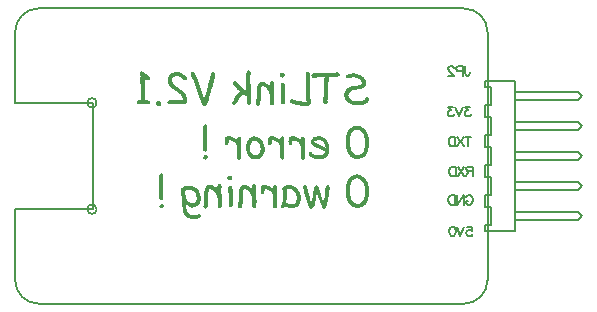
<source format=gbo>
G04*
G04 #@! TF.GenerationSoftware,Altium Limited,Altium Designer,18.1.9 (240)*
G04*
G04 Layer_Color=32896*
%FSLAX25Y25*%
%MOIN*%
G70*
G01*
G75*
%ADD15C,0.00600*%
%ADD18C,0.00500*%
G36*
X71669Y42692D02*
X71780Y42664D01*
X71877Y42623D01*
X71960Y42581D01*
X72029Y42539D01*
X72085Y42498D01*
X72113Y42470D01*
X72127Y42456D01*
X72210Y42359D01*
X72265Y42262D01*
X72307Y42178D01*
X72335Y42081D01*
X72349Y42012D01*
X72363Y41943D01*
Y41901D01*
Y41887D01*
X72349Y41762D01*
X72321Y41665D01*
X72293Y41568D01*
X72238Y41484D01*
X72196Y41415D01*
X72168Y41359D01*
X72141Y41332D01*
X72127Y41318D01*
X72029Y41235D01*
X71932Y41179D01*
X71835Y41137D01*
X71738Y41110D01*
X71669Y41096D01*
X71599Y41082D01*
X71544D01*
X71419Y41096D01*
X71308Y41124D01*
X71210Y41151D01*
X71127Y41207D01*
X71058Y41249D01*
X71002Y41276D01*
X70975Y41304D01*
X70961Y41318D01*
X70877Y41415D01*
X70822Y41512D01*
X70766Y41596D01*
X70739Y41693D01*
X70725Y41776D01*
X70711Y41831D01*
Y41873D01*
Y41887D01*
X70725Y42012D01*
X70753Y42123D01*
X70794Y42220D01*
X70836Y42303D01*
X70877Y42359D01*
X70919Y42414D01*
X70947Y42442D01*
X70961Y42456D01*
X71058Y42539D01*
X71155Y42595D01*
X71252Y42650D01*
X71335Y42678D01*
X71419Y42692D01*
X71488Y42706D01*
X71544D01*
X71669Y42692D01*
D02*
G37*
G36*
X79761Y39847D02*
X79844Y39833D01*
X80010Y39763D01*
X80066Y39722D01*
X80108Y39694D01*
X80135Y39680D01*
X80149Y39666D01*
X80219Y39583D01*
X80260Y39513D01*
X80316Y39347D01*
X80330Y39277D01*
X80344Y39222D01*
Y39180D01*
Y39167D01*
Y39069D01*
Y38972D01*
X80330Y38750D01*
Y38653D01*
X80316Y38570D01*
Y38514D01*
Y38500D01*
X80302Y38348D01*
Y38209D01*
X80288Y38098D01*
Y38001D01*
Y37931D01*
Y37876D01*
Y37848D01*
Y37834D01*
Y37543D01*
X80302Y37223D01*
X80316Y36890D01*
X80330Y36571D01*
X80357Y36279D01*
Y36154D01*
X80371Y36044D01*
Y35960D01*
X80385Y35891D01*
Y35849D01*
Y35835D01*
X80413Y35377D01*
X80427Y35183D01*
X80441Y34989D01*
X80455Y34808D01*
Y34642D01*
X80468Y34489D01*
Y34364D01*
Y34239D01*
X80482Y34128D01*
Y34045D01*
Y33975D01*
Y33906D01*
Y33864D01*
Y33850D01*
Y33837D01*
Y33753D01*
X80468Y33656D01*
X80455Y33448D01*
Y33351D01*
X80441Y33281D01*
Y33226D01*
Y33212D01*
X80427Y33059D01*
X80413Y32934D01*
Y32823D01*
X80399Y32740D01*
Y32671D01*
Y32615D01*
Y32587D01*
Y32574D01*
X80385Y32462D01*
X80371Y32365D01*
X80344Y32282D01*
X80302Y32213D01*
X80274Y32157D01*
X80246Y32115D01*
X80233Y32088D01*
X80219Y32074D01*
X80135Y32004D01*
X80052Y31963D01*
X79899Y31907D01*
X79830Y31893D01*
X79774Y31879D01*
X79719D01*
X79608Y31893D01*
X79511Y31907D01*
X79427Y31935D01*
X79358Y31977D01*
X79303Y32018D01*
X79247Y32046D01*
X79233Y32060D01*
X79219Y32074D01*
X79150Y32157D01*
X79108Y32240D01*
X79053Y32393D01*
X79039Y32462D01*
X79025Y32518D01*
Y32560D01*
Y32574D01*
Y32671D01*
Y32768D01*
X79039Y32976D01*
X79053Y33073D01*
Y33143D01*
X79067Y33198D01*
Y33212D01*
X79080Y33365D01*
X79094Y33490D01*
Y33587D01*
X79108Y33684D01*
Y33753D01*
Y33795D01*
Y33823D01*
Y33837D01*
X79094Y34086D01*
Y34197D01*
X79080Y34308D01*
Y34392D01*
X79067Y34461D01*
Y34503D01*
Y34517D01*
X79053Y34669D01*
X79039Y34794D01*
X79025Y34919D01*
Y35016D01*
X79011Y35086D01*
Y35155D01*
Y35183D01*
Y35197D01*
X78858Y35669D01*
X78706Y36085D01*
X78622Y36266D01*
X78525Y36446D01*
X78442Y36613D01*
X78373Y36751D01*
X78289Y36890D01*
X78220Y37001D01*
X78164Y37098D01*
X78109Y37182D01*
X78053Y37251D01*
X78026Y37293D01*
X78012Y37320D01*
X77998Y37334D01*
X77859Y37501D01*
X77734Y37640D01*
X77595Y37778D01*
X77470Y37876D01*
X77332Y37973D01*
X77207Y38042D01*
X76985Y38167D01*
X76790Y38223D01*
X76638Y38264D01*
X76582Y38278D01*
X76499D01*
X76402Y38264D01*
X76318Y38209D01*
X76235Y38139D01*
X76180Y38042D01*
X76124Y37931D01*
X76082Y37806D01*
X76013Y37529D01*
X75971Y37251D01*
X75958Y37112D01*
Y37001D01*
X75944Y36904D01*
Y36835D01*
Y36779D01*
Y36765D01*
Y36682D01*
Y36571D01*
X75958Y36349D01*
Y36252D01*
X75971Y36168D01*
Y36113D01*
Y36085D01*
Y35932D01*
X75985Y35794D01*
Y35683D01*
Y35585D01*
Y35516D01*
Y35474D01*
Y35447D01*
Y35433D01*
X75971Y34891D01*
X75958Y34628D01*
X75930Y34392D01*
X75916Y34184D01*
X75902Y34031D01*
Y33975D01*
X75888Y33934D01*
Y33906D01*
Y33892D01*
X75694Y32365D01*
X75680Y32254D01*
X75638Y32157D01*
X75555Y31991D01*
X75444Y31879D01*
X75333Y31796D01*
X75208Y31755D01*
X75111Y31727D01*
X75041Y31713D01*
X75014D01*
X74903Y31727D01*
X74805Y31741D01*
X74722Y31768D01*
X74653Y31810D01*
X74597Y31852D01*
X74542Y31879D01*
X74528Y31893D01*
X74514Y31907D01*
X74445Y31991D01*
X74389Y32060D01*
X74361Y32143D01*
X74334Y32226D01*
X74320Y32296D01*
X74306Y32351D01*
Y32379D01*
Y32393D01*
Y32629D01*
X74334Y32879D01*
X74347Y33129D01*
X74375Y33365D01*
X74403Y33573D01*
X74417Y33656D01*
X74431Y33739D01*
X74445Y33809D01*
Y33850D01*
X74458Y33878D01*
Y33892D01*
X74514Y34225D01*
X74542Y34517D01*
X74569Y34767D01*
X74597Y34989D01*
Y35155D01*
X74611Y35280D01*
Y35363D01*
Y35391D01*
X74597Y36044D01*
Y36751D01*
X74611Y36987D01*
X74625Y37209D01*
X74639Y37404D01*
X74667Y37598D01*
X74694Y37778D01*
X74722Y37931D01*
X74750Y38084D01*
X74778Y38209D01*
X74805Y38320D01*
X74833Y38417D01*
X74861Y38500D01*
X74889Y38570D01*
X74903Y38625D01*
X74916Y38667D01*
X74930Y38681D01*
Y38695D01*
X75028Y38875D01*
X75125Y39028D01*
X75236Y39153D01*
X75361Y39277D01*
X75486Y39375D01*
X75624Y39444D01*
X75749Y39513D01*
X75874Y39569D01*
X76124Y39638D01*
X76221Y39666D01*
X76318Y39680D01*
X76388Y39694D01*
X76499D01*
X76735Y39680D01*
X76957Y39625D01*
X77179Y39555D01*
X77401Y39444D01*
X77609Y39333D01*
X77817Y39194D01*
X77998Y39055D01*
X78178Y38917D01*
X78331Y38764D01*
X78484Y38625D01*
X78609Y38486D01*
X78706Y38375D01*
X78803Y38264D01*
X78858Y38195D01*
X78900Y38139D01*
X78914Y38126D01*
X78942Y38944D01*
X78956Y39111D01*
X78997Y39250D01*
X79039Y39375D01*
X79080Y39472D01*
X79136Y39569D01*
X79191Y39638D01*
X79316Y39749D01*
X79441Y39819D01*
X79552Y39847D01*
X79622Y39860D01*
X79650D01*
X79761Y39847D01*
D02*
G37*
G36*
X68226D02*
X68310Y39833D01*
X68476Y39763D01*
X68532Y39722D01*
X68573Y39694D01*
X68601Y39680D01*
X68615Y39666D01*
X68684Y39583D01*
X68726Y39513D01*
X68782Y39347D01*
X68795Y39277D01*
X68809Y39222D01*
Y39180D01*
Y39167D01*
Y39069D01*
Y38972D01*
X68795Y38750D01*
Y38653D01*
X68782Y38570D01*
Y38514D01*
Y38500D01*
X68768Y38348D01*
Y38209D01*
X68754Y38098D01*
Y38001D01*
Y37931D01*
Y37876D01*
Y37848D01*
Y37834D01*
Y37543D01*
X68768Y37223D01*
X68782Y36890D01*
X68795Y36571D01*
X68823Y36279D01*
Y36154D01*
X68837Y36044D01*
Y35960D01*
X68851Y35891D01*
Y35849D01*
Y35835D01*
X68879Y35377D01*
X68893Y35183D01*
X68906Y34989D01*
X68920Y34808D01*
Y34642D01*
X68934Y34489D01*
Y34364D01*
Y34239D01*
X68948Y34128D01*
Y34045D01*
Y33975D01*
Y33906D01*
Y33864D01*
Y33850D01*
Y33837D01*
Y33753D01*
X68934Y33656D01*
X68920Y33448D01*
Y33351D01*
X68906Y33281D01*
Y33226D01*
Y33212D01*
X68893Y33059D01*
X68879Y32934D01*
Y32823D01*
X68865Y32740D01*
Y32671D01*
Y32615D01*
Y32587D01*
Y32574D01*
X68851Y32462D01*
X68837Y32365D01*
X68809Y32282D01*
X68768Y32213D01*
X68740Y32157D01*
X68712Y32115D01*
X68698Y32088D01*
X68684Y32074D01*
X68601Y32004D01*
X68518Y31963D01*
X68365Y31907D01*
X68296Y31893D01*
X68240Y31879D01*
X68185D01*
X68074Y31893D01*
X67976Y31907D01*
X67893Y31935D01*
X67824Y31977D01*
X67768Y32018D01*
X67713Y32046D01*
X67699Y32060D01*
X67685Y32074D01*
X67616Y32157D01*
X67574Y32240D01*
X67518Y32393D01*
X67505Y32462D01*
X67491Y32518D01*
Y32560D01*
Y32574D01*
Y32671D01*
Y32768D01*
X67505Y32976D01*
X67518Y33073D01*
Y33143D01*
X67532Y33198D01*
Y33212D01*
X67546Y33365D01*
X67560Y33490D01*
Y33587D01*
X67574Y33684D01*
Y33753D01*
Y33795D01*
Y33823D01*
Y33837D01*
X67560Y34086D01*
Y34197D01*
X67546Y34308D01*
Y34392D01*
X67532Y34461D01*
Y34503D01*
Y34517D01*
X67518Y34669D01*
X67505Y34794D01*
X67491Y34919D01*
Y35016D01*
X67477Y35086D01*
Y35155D01*
Y35183D01*
Y35197D01*
X67324Y35669D01*
X67171Y36085D01*
X67088Y36266D01*
X66991Y36446D01*
X66908Y36613D01*
X66838Y36751D01*
X66755Y36890D01*
X66686Y37001D01*
X66630Y37098D01*
X66575Y37182D01*
X66519Y37251D01*
X66491Y37293D01*
X66477Y37320D01*
X66464Y37334D01*
X66325Y37501D01*
X66200Y37640D01*
X66061Y37778D01*
X65936Y37876D01*
X65797Y37973D01*
X65672Y38042D01*
X65450Y38167D01*
X65256Y38223D01*
X65103Y38264D01*
X65048Y38278D01*
X64964D01*
X64867Y38264D01*
X64784Y38209D01*
X64701Y38139D01*
X64645Y38042D01*
X64590Y37931D01*
X64548Y37806D01*
X64479Y37529D01*
X64437Y37251D01*
X64423Y37112D01*
Y37001D01*
X64409Y36904D01*
Y36835D01*
Y36779D01*
Y36765D01*
Y36682D01*
Y36571D01*
X64423Y36349D01*
Y36252D01*
X64437Y36168D01*
Y36113D01*
Y36085D01*
Y35932D01*
X64451Y35794D01*
Y35683D01*
Y35585D01*
Y35516D01*
Y35474D01*
Y35447D01*
Y35433D01*
X64437Y34891D01*
X64423Y34628D01*
X64395Y34392D01*
X64382Y34184D01*
X64368Y34031D01*
Y33975D01*
X64354Y33934D01*
Y33906D01*
Y33892D01*
X64160Y32365D01*
X64146Y32254D01*
X64104Y32157D01*
X64021Y31991D01*
X63910Y31879D01*
X63799Y31796D01*
X63674Y31755D01*
X63577Y31727D01*
X63507Y31713D01*
X63479D01*
X63368Y31727D01*
X63271Y31741D01*
X63188Y31768D01*
X63118Y31810D01*
X63063Y31852D01*
X63007Y31879D01*
X62994Y31893D01*
X62980Y31907D01*
X62910Y31991D01*
X62855Y32060D01*
X62827Y32143D01*
X62799Y32226D01*
X62785Y32296D01*
X62771Y32351D01*
Y32379D01*
Y32393D01*
Y32629D01*
X62799Y32879D01*
X62813Y33129D01*
X62841Y33365D01*
X62869Y33573D01*
X62883Y33656D01*
X62896Y33739D01*
X62910Y33809D01*
Y33850D01*
X62924Y33878D01*
Y33892D01*
X62980Y34225D01*
X63007Y34517D01*
X63035Y34767D01*
X63063Y34989D01*
Y35155D01*
X63077Y35280D01*
Y35363D01*
Y35391D01*
X63063Y36044D01*
Y36751D01*
X63077Y36987D01*
X63091Y37209D01*
X63105Y37404D01*
X63132Y37598D01*
X63160Y37778D01*
X63188Y37931D01*
X63216Y38084D01*
X63243Y38209D01*
X63271Y38320D01*
X63299Y38417D01*
X63327Y38500D01*
X63354Y38570D01*
X63368Y38625D01*
X63382Y38667D01*
X63396Y38681D01*
Y38695D01*
X63493Y38875D01*
X63590Y39028D01*
X63701Y39153D01*
X63826Y39277D01*
X63951Y39375D01*
X64090Y39444D01*
X64215Y39513D01*
X64340Y39569D01*
X64590Y39638D01*
X64687Y39666D01*
X64784Y39680D01*
X64854Y39694D01*
X64964D01*
X65201Y39680D01*
X65423Y39625D01*
X65645Y39555D01*
X65867Y39444D01*
X66075Y39333D01*
X66283Y39194D01*
X66464Y39055D01*
X66644Y38917D01*
X66797Y38764D01*
X66949Y38625D01*
X67074Y38486D01*
X67171Y38375D01*
X67269Y38264D01*
X67324Y38195D01*
X67366Y38139D01*
X67380Y38126D01*
X67407Y38944D01*
X67421Y39111D01*
X67463Y39250D01*
X67505Y39375D01*
X67546Y39472D01*
X67602Y39569D01*
X67657Y39638D01*
X67782Y39749D01*
X67907Y39819D01*
X68018Y39847D01*
X68088Y39860D01*
X68115D01*
X68226Y39847D01*
D02*
G37*
G36*
X48933Y43428D02*
X49086Y43358D01*
X49197Y43261D01*
X49266Y43150D01*
X49322Y43025D01*
X49336Y42928D01*
X49349Y42859D01*
Y42845D01*
Y42831D01*
Y42636D01*
Y42414D01*
Y42178D01*
Y41929D01*
X49363Y41429D01*
Y40929D01*
Y40707D01*
Y40485D01*
X49377Y40291D01*
Y40124D01*
Y39985D01*
Y39874D01*
Y39819D01*
Y39791D01*
Y39430D01*
Y39083D01*
Y38764D01*
X49391Y38459D01*
Y38181D01*
Y37931D01*
Y37709D01*
Y37501D01*
Y37320D01*
Y37168D01*
Y37043D01*
Y36932D01*
Y36849D01*
Y36779D01*
Y36751D01*
Y36737D01*
Y36626D01*
Y36488D01*
X49377Y36210D01*
Y36085D01*
Y35988D01*
Y35919D01*
Y35891D01*
X49363Y35697D01*
Y35516D01*
X49349Y35363D01*
Y35252D01*
Y35155D01*
Y35086D01*
Y35044D01*
Y35030D01*
X49336Y34919D01*
X49322Y34836D01*
X49252Y34683D01*
X49155Y34572D01*
X49030Y34503D01*
X48919Y34447D01*
X48822Y34433D01*
X48753Y34420D01*
X48725D01*
X48614Y34433D01*
X48517Y34447D01*
X48364Y34517D01*
X48253Y34614D01*
X48184Y34725D01*
X48128Y34836D01*
X48114Y34933D01*
X48100Y35002D01*
Y35030D01*
Y42831D01*
Y42942D01*
X48128Y43039D01*
X48197Y43192D01*
X48295Y43303D01*
X48406Y43372D01*
X48531Y43428D01*
X48628Y43442D01*
X48697Y43455D01*
X48836D01*
X48933Y43428D01*
D02*
G37*
G36*
X104273Y39486D02*
X104370Y39472D01*
X104453Y39444D01*
X104536Y39402D01*
X104592Y39361D01*
X104634Y39333D01*
X104661Y39319D01*
X104675Y39305D01*
X104745Y39236D01*
X104786Y39153D01*
X104842Y38986D01*
X104856Y38917D01*
X104869Y38875D01*
Y38833D01*
Y38820D01*
Y38653D01*
X104856Y38473D01*
X104842Y38292D01*
X104828Y38126D01*
X104814Y37973D01*
X104800Y37862D01*
X104786Y37778D01*
Y37765D01*
Y37751D01*
X104620Y36710D01*
X104578Y36377D01*
X104523Y36044D01*
X104481Y35752D01*
X104439Y35460D01*
X104384Y35197D01*
X104342Y34961D01*
X104300Y34739D01*
X104273Y34544D01*
X104231Y34364D01*
X104203Y34211D01*
X104175Y34073D01*
X104148Y33961D01*
X104134Y33878D01*
X104120Y33823D01*
X104106Y33781D01*
Y33767D01*
X104009Y33392D01*
X103926Y33073D01*
X103829Y32796D01*
X103745Y32560D01*
X103648Y32351D01*
X103565Y32185D01*
X103481Y32046D01*
X103412Y31935D01*
X103343Y31852D01*
X103273Y31796D01*
X103218Y31741D01*
X103176Y31713D01*
X103107Y31685D01*
X103079D01*
X102912Y31713D01*
X102787Y31755D01*
X102663Y31824D01*
X102579Y31907D01*
X102496Y31977D01*
X102454Y32046D01*
X102427Y32102D01*
X102413Y32115D01*
X102302Y32226D01*
X102218Y32351D01*
X102191Y32421D01*
X102163Y32462D01*
X102149Y32490D01*
Y32504D01*
X101080Y35391D01*
X100511Y36737D01*
X100275Y35169D01*
X100220Y34808D01*
X100178Y34475D01*
X100123Y34197D01*
X100081Y33961D01*
X100053Y33781D01*
X100025Y33642D01*
X99998Y33559D01*
Y33545D01*
Y33531D01*
X99914Y33198D01*
X99817Y32921D01*
X99734Y32671D01*
X99623Y32449D01*
X99526Y32268D01*
X99429Y32115D01*
X99331Y31991D01*
X99234Y31893D01*
X99151Y31810D01*
X99068Y31755D01*
X98998Y31713D01*
X98929Y31671D01*
X98873Y31657D01*
X98832Y31644D01*
X98804D01*
X98651Y31657D01*
X98526Y31699D01*
X98415Y31768D01*
X98318Y31838D01*
X98235Y31893D01*
X98179Y31963D01*
X98152Y32004D01*
X98138Y32018D01*
X97971Y32268D01*
X97846Y32490D01*
X97735Y32712D01*
X97638Y32907D01*
X97569Y33073D01*
X97527Y33198D01*
X97499Y33281D01*
X97485Y33309D01*
X97319Y33837D01*
X97166Y34350D01*
X97027Y34850D01*
X96889Y35322D01*
X96764Y35780D01*
X96639Y36210D01*
X96528Y36599D01*
X96430Y36973D01*
X96347Y37307D01*
X96278Y37598D01*
X96208Y37848D01*
X96153Y38070D01*
X96111Y38236D01*
X96083Y38375D01*
X96056Y38445D01*
Y38473D01*
X96028Y38570D01*
X96000Y38639D01*
X95986Y38708D01*
Y38736D01*
X95972Y38778D01*
Y38792D01*
X95986Y38903D01*
X96000Y38986D01*
X96083Y39139D01*
X96125Y39194D01*
X96153Y39250D01*
X96181Y39264D01*
X96194Y39277D01*
X96278Y39347D01*
X96361Y39402D01*
X96458Y39430D01*
X96528Y39458D01*
X96597Y39472D01*
X96653Y39486D01*
X96708D01*
X96875Y39472D01*
X97013Y39416D01*
X97124Y39347D01*
X97194Y39264D01*
X97263Y39180D01*
X97291Y39111D01*
X97319Y39055D01*
Y39042D01*
X98221Y35225D01*
X98735Y33323D01*
X98776Y33517D01*
X98818Y33726D01*
X98901Y34170D01*
X98984Y34628D01*
X99068Y35072D01*
X99095Y35266D01*
X99137Y35460D01*
X99165Y35627D01*
X99193Y35780D01*
X99207Y35905D01*
X99220Y35988D01*
X99234Y36057D01*
Y36071D01*
X99276Y36377D01*
X99331Y36668D01*
X99373Y36946D01*
X99415Y37182D01*
X99456Y37418D01*
X99498Y37626D01*
X99526Y37806D01*
X99567Y37973D01*
X99595Y38126D01*
X99623Y38250D01*
X99637Y38361D01*
X99651Y38445D01*
X99678Y38514D01*
Y38556D01*
X99692Y38583D01*
Y38597D01*
X99734Y38750D01*
X99776Y38889D01*
X99831Y39000D01*
X99887Y39097D01*
X99942Y39194D01*
X100012Y39264D01*
X100136Y39361D01*
X100248Y39430D01*
X100345Y39458D01*
X100400Y39472D01*
X100428D01*
X100539Y39458D01*
X100636Y39444D01*
X100803Y39347D01*
X100942Y39222D01*
X101052Y39083D01*
X101136Y38944D01*
X101191Y38820D01*
X101219Y38722D01*
X101233Y38708D01*
Y38695D01*
X101386Y38181D01*
X101538Y37667D01*
X101691Y37196D01*
X101830Y36724D01*
X101969Y36293D01*
X102107Y35877D01*
X102232Y35502D01*
X102343Y35141D01*
X102454Y34822D01*
X102552Y34544D01*
X102635Y34295D01*
X102704Y34100D01*
X102760Y33934D01*
X102801Y33809D01*
X102829Y33739D01*
X102843Y33712D01*
X103259Y36862D01*
X103357Y37890D01*
X103384Y38112D01*
X103398Y38306D01*
X103426Y38486D01*
X103454Y38639D01*
X103481Y38750D01*
X103495Y38847D01*
X103509Y38903D01*
Y38917D01*
X103579Y39111D01*
X103662Y39250D01*
X103773Y39361D01*
X103884Y39430D01*
X103981Y39472D01*
X104078Y39486D01*
X104134Y39500D01*
X104162D01*
X104273Y39486D01*
D02*
G37*
G36*
X71877Y39375D02*
X71974Y39361D01*
X72057Y39319D01*
X72127Y39291D01*
X72182Y39250D01*
X72224Y39208D01*
X72251Y39194D01*
X72265Y39180D01*
X72321Y39097D01*
X72363Y39014D01*
X72418Y38847D01*
X72432Y38778D01*
X72446Y38722D01*
Y38681D01*
Y38667D01*
Y38403D01*
X72460Y38139D01*
X72474Y37862D01*
Y37598D01*
X72487Y37376D01*
X72501Y37279D01*
Y37196D01*
X72515Y37126D01*
Y37071D01*
Y37043D01*
Y37029D01*
X72543Y36682D01*
X72557Y36349D01*
X72571Y36071D01*
Y35835D01*
X72585Y35641D01*
Y35502D01*
Y35447D01*
Y35405D01*
Y35391D01*
Y35377D01*
Y35211D01*
Y35002D01*
Y34794D01*
X72571Y34586D01*
Y34406D01*
Y34253D01*
Y34197D01*
Y34156D01*
Y34128D01*
Y34114D01*
X72557Y33823D01*
Y33573D01*
X72543Y33351D01*
Y33184D01*
Y33045D01*
Y32948D01*
Y32879D01*
Y32865D01*
X72529Y32754D01*
X72515Y32657D01*
X72487Y32574D01*
X72446Y32504D01*
X72418Y32449D01*
X72390Y32407D01*
X72376Y32379D01*
X72363Y32365D01*
X72279Y32296D01*
X72196Y32254D01*
X72043Y32199D01*
X71974Y32185D01*
X71918Y32171D01*
X71863D01*
X71752Y32185D01*
X71655Y32199D01*
X71571Y32226D01*
X71502Y32268D01*
X71447Y32310D01*
X71391Y32337D01*
X71377Y32351D01*
X71363Y32365D01*
X71294Y32449D01*
X71252Y32532D01*
X71197Y32684D01*
X71183Y32754D01*
X71169Y32809D01*
Y32851D01*
Y32865D01*
Y33045D01*
Y33240D01*
X71183Y33448D01*
Y33642D01*
Y33823D01*
X71197Y33975D01*
Y34031D01*
Y34073D01*
Y34100D01*
Y34114D01*
Y34406D01*
X71210Y34669D01*
Y34891D01*
Y35058D01*
Y35197D01*
Y35294D01*
Y35363D01*
Y35377D01*
Y35641D01*
X71197Y35919D01*
X71183Y36196D01*
X71169Y36460D01*
Y36682D01*
X71155Y36779D01*
Y36862D01*
X71141Y36932D01*
Y36987D01*
Y37015D01*
Y37029D01*
X71113Y37376D01*
X71100Y37695D01*
X71086Y37987D01*
Y38223D01*
X71072Y38403D01*
Y38556D01*
Y38597D01*
Y38639D01*
Y38653D01*
Y38667D01*
X71086Y38778D01*
X71100Y38889D01*
X71127Y38972D01*
X71169Y39042D01*
X71210Y39097D01*
X71238Y39139D01*
X71252Y39167D01*
X71266Y39180D01*
X71349Y39250D01*
X71419Y39305D01*
X71516Y39333D01*
X71585Y39361D01*
X71655Y39375D01*
X71710Y39389D01*
X71766D01*
X71877Y39375D01*
D02*
G37*
G36*
X58122D02*
X58455Y39333D01*
X58774Y39277D01*
X59066Y39208D01*
X59329Y39111D01*
X59579Y39014D01*
X59815Y38903D01*
X60023Y38792D01*
X60204Y38681D01*
X60356Y38570D01*
X60495Y38473D01*
X60606Y38375D01*
X60703Y38306D01*
X60759Y38250D01*
X60800Y38209D01*
X60814Y38195D01*
X61009Y37973D01*
X61175Y37723D01*
X61314Y37487D01*
X61439Y37223D01*
X61550Y36973D01*
X61633Y36724D01*
X61703Y36474D01*
X61758Y36238D01*
X61800Y36002D01*
X61841Y35794D01*
X61869Y35613D01*
X61883Y35460D01*
Y35322D01*
X61897Y35225D01*
Y35169D01*
Y35141D01*
X61883Y34891D01*
X61869Y34642D01*
X61828Y34420D01*
X61772Y34211D01*
X61717Y34003D01*
X61647Y33823D01*
X61578Y33656D01*
X61494Y33503D01*
X61425Y33365D01*
X61356Y33240D01*
X61286Y33129D01*
X61231Y33045D01*
X61175Y32976D01*
X61134Y32934D01*
X61120Y32907D01*
X61106Y32893D01*
X60953Y32740D01*
X60787Y32615D01*
X60620Y32490D01*
X60453Y32393D01*
X60273Y32310D01*
X60106Y32240D01*
X59773Y32143D01*
X59621Y32102D01*
X59482Y32074D01*
X59357Y32060D01*
X59246Y32046D01*
X59163Y32032D01*
X59038D01*
X58802Y32046D01*
X58566Y32102D01*
X58372Y32157D01*
X58191Y32240D01*
X58052Y32310D01*
X57941Y32379D01*
X57886Y32421D01*
X57858Y32435D01*
X57664Y32601D01*
X57497Y32809D01*
X57331Y33004D01*
X57206Y33212D01*
X57095Y33392D01*
X57011Y33531D01*
X56984Y33587D01*
X56956Y33628D01*
X56942Y33655D01*
X56942Y33670D01*
Y33656D01*
X56942Y33655D01*
X56956Y33337D01*
X56970Y33018D01*
X56984Y32726D01*
X57011Y32449D01*
X57039Y32199D01*
X57067Y31977D01*
X57095Y31768D01*
X57136Y31588D01*
X57164Y31435D01*
X57192Y31297D01*
X57219Y31172D01*
X57247Y31074D01*
X57275Y31005D01*
X57289Y30950D01*
X57303Y30922D01*
Y30908D01*
X57414Y30672D01*
X57525Y30464D01*
X57664Y30269D01*
X57816Y30117D01*
X57955Y29978D01*
X58122Y29867D01*
X58274Y29784D01*
X58427Y29700D01*
X58566Y29645D01*
X58705Y29603D01*
X58830Y29561D01*
X58941Y29548D01*
X59038Y29534D01*
X59107Y29520D01*
X59426D01*
X59676Y29534D01*
X59898Y29548D01*
X60079Y29575D01*
X60245Y29589D01*
X60370Y29617D01*
X60440Y29631D01*
X60467D01*
X60676Y29673D01*
X60842Y29700D01*
X60995Y29728D01*
X61106Y29742D01*
X61203Y29756D01*
X61425D01*
X61508Y29728D01*
X61661Y29659D01*
X61758Y29561D01*
X61841Y29451D01*
X61883Y29326D01*
X61897Y29228D01*
X61911Y29159D01*
Y29145D01*
Y29131D01*
X61897Y29034D01*
X61869Y28937D01*
X61828Y28854D01*
X61772Y28784D01*
X61633Y28659D01*
X61467Y28562D01*
X61314Y28493D01*
X61175Y28451D01*
X61120Y28423D01*
X61078D01*
X61050Y28409D01*
X61036D01*
X60787Y28368D01*
X60523Y28326D01*
X60259Y28298D01*
X60023Y28285D01*
X59801D01*
X59704Y28271D01*
X59468D01*
X59177Y28285D01*
X58913Y28298D01*
X58649Y28326D01*
X58427Y28368D01*
X58205Y28423D01*
X57997Y28479D01*
X57816Y28534D01*
X57664Y28604D01*
X57511Y28659D01*
X57386Y28715D01*
X57289Y28770D01*
X57192Y28826D01*
X57122Y28868D01*
X57081Y28895D01*
X57053Y28923D01*
X57039D01*
X56914Y29034D01*
X56803Y29145D01*
X56595Y29409D01*
X56414Y29686D01*
X56276Y29964D01*
X56178Y30214D01*
X56137Y30325D01*
X56095Y30422D01*
X56067Y30492D01*
X56054Y30547D01*
X56040Y30589D01*
Y30602D01*
X55956Y30950D01*
X55887Y31338D01*
X55831Y31713D01*
X55804Y32074D01*
X55790Y32240D01*
X55776Y32393D01*
X55762Y32532D01*
Y32643D01*
X55748Y32740D01*
Y32823D01*
Y32865D01*
Y32879D01*
X55582Y35225D01*
X55568Y35294D01*
Y35391D01*
X55540Y35585D01*
X55512Y35807D01*
X55484Y36016D01*
X55457Y36224D01*
X55429Y36391D01*
X55415Y36446D01*
X55401Y36502D01*
Y36529D01*
Y36543D01*
X55346Y36835D01*
X55318Y37098D01*
X55290Y37334D01*
X55262Y37529D01*
Y37667D01*
X55248Y37778D01*
Y37848D01*
Y37876D01*
X55262Y38014D01*
X55276Y38153D01*
X55318Y38250D01*
X55360Y38348D01*
X55415Y38431D01*
X55484Y38500D01*
X55623Y38597D01*
X55762Y38667D01*
X55887Y38695D01*
X55970Y38708D01*
X55998D01*
X56095Y38820D01*
X56206Y38930D01*
X56317Y39014D01*
X56428Y39083D01*
X56525Y39139D01*
X56609Y39180D01*
X56664Y39194D01*
X56678Y39208D01*
X56859Y39264D01*
X57039Y39319D01*
X57219Y39347D01*
X57386Y39361D01*
X57539Y39375D01*
X57664Y39389D01*
X57775D01*
X58122Y39375D01*
D02*
G37*
G36*
X114294Y43081D02*
X114627Y43025D01*
X114946Y42928D01*
X115252Y42817D01*
X115529Y42678D01*
X115779Y42539D01*
X116015Y42373D01*
X116223Y42206D01*
X116418Y42040D01*
X116584Y41887D01*
X116723Y41734D01*
X116834Y41596D01*
X116917Y41484D01*
X116987Y41401D01*
X117028Y41332D01*
X117042Y41318D01*
X117209Y41026D01*
X117361Y40735D01*
X117486Y40430D01*
X117597Y40124D01*
X117695Y39833D01*
X117764Y39527D01*
X117833Y39250D01*
X117875Y38986D01*
X117917Y38736D01*
X117945Y38500D01*
X117972Y38292D01*
X117986Y38126D01*
X118000Y37973D01*
Y37876D01*
Y37806D01*
Y37778D01*
X117986Y37334D01*
X117972Y36918D01*
X117931Y36529D01*
X117889Y36154D01*
X117833Y35807D01*
X117764Y35488D01*
X117695Y35197D01*
X117625Y34933D01*
X117570Y34683D01*
X117500Y34475D01*
X117431Y34295D01*
X117375Y34156D01*
X117334Y34031D01*
X117292Y33948D01*
X117278Y33892D01*
X117264Y33878D01*
X117070Y33531D01*
X116848Y33240D01*
X116612Y32976D01*
X116362Y32754D01*
X116112Y32574D01*
X115849Y32407D01*
X115585Y32282D01*
X115335Y32185D01*
X115099Y32102D01*
X114877Y32032D01*
X114683Y31991D01*
X114502Y31963D01*
X114363Y31949D01*
X114252Y31935D01*
X114155D01*
X113794Y31949D01*
X113461Y32004D01*
X113142Y32074D01*
X112850Y32185D01*
X112587Y32296D01*
X112337Y32435D01*
X112115Y32574D01*
X111921Y32726D01*
X111740Y32865D01*
X111587Y33004D01*
X111462Y33143D01*
X111352Y33254D01*
X111282Y33365D01*
X111213Y33434D01*
X111185Y33490D01*
X111171Y33503D01*
X110991Y33809D01*
X110838Y34156D01*
X110713Y34517D01*
X110588Y34905D01*
X110491Y35294D01*
X110422Y35683D01*
X110352Y36071D01*
X110297Y36446D01*
X110255Y36807D01*
X110227Y37140D01*
X110199Y37431D01*
X110186Y37695D01*
X110172Y37903D01*
Y38001D01*
Y38070D01*
Y38126D01*
Y38167D01*
Y38195D01*
Y38209D01*
X110186Y38570D01*
X110213Y38917D01*
X110255Y39236D01*
X110310Y39555D01*
X110380Y39847D01*
X110463Y40124D01*
X110533Y40374D01*
X110616Y40596D01*
X110713Y40804D01*
X110782Y40999D01*
X110866Y41151D01*
X110935Y41290D01*
X110991Y41387D01*
X111032Y41471D01*
X111060Y41512D01*
X111074Y41526D01*
X111268Y41804D01*
X111490Y42040D01*
X111712Y42248D01*
X111948Y42428D01*
X112198Y42581D01*
X112434Y42706D01*
X112656Y42817D01*
X112892Y42900D01*
X113100Y42970D01*
X113295Y43011D01*
X113475Y43053D01*
X113628Y43067D01*
X113753Y43081D01*
X113850Y43095D01*
X113933D01*
X114294Y43081D01*
D02*
G37*
G36*
X91586Y39513D02*
X91864Y39472D01*
X92142Y39416D01*
X92405Y39333D01*
X92641Y39250D01*
X92877Y39153D01*
X93085Y39042D01*
X93280Y38930D01*
X93460Y38806D01*
X93613Y38708D01*
X93752Y38597D01*
X93863Y38514D01*
X93946Y38431D01*
X94015Y38375D01*
X94057Y38334D01*
X94071Y38320D01*
X94279Y38084D01*
X94446Y37848D01*
X94598Y37598D01*
X94737Y37362D01*
X94848Y37112D01*
X94945Y36876D01*
X95015Y36640D01*
X95084Y36418D01*
X95126Y36210D01*
X95167Y36016D01*
X95181Y35849D01*
X95209Y35697D01*
Y35585D01*
X95223Y35488D01*
Y35433D01*
Y35419D01*
X95209Y35100D01*
X95195Y34794D01*
X95153Y34503D01*
X95112Y34253D01*
X95056Y34003D01*
X95001Y33795D01*
X94945Y33587D01*
X94876Y33420D01*
X94806Y33254D01*
X94751Y33129D01*
X94696Y33018D01*
X94640Y32921D01*
X94598Y32851D01*
X94557Y32796D01*
X94543Y32768D01*
X94529Y32754D01*
X94376Y32587D01*
X94210Y32449D01*
X94029Y32324D01*
X93835Y32226D01*
X93641Y32129D01*
X93446Y32060D01*
X93058Y31949D01*
X92863Y31921D01*
X92697Y31893D01*
X92544Y31866D01*
X92405Y31852D01*
X92294Y31838D01*
X92142D01*
X92003Y31852D01*
X91864Y31866D01*
X91711Y31893D01*
X91586Y31935D01*
X91461Y31977D01*
X91364Y32004D01*
X91309Y32018D01*
X91281Y32032D01*
X91087Y32102D01*
X90878Y32199D01*
X90684Y32282D01*
X90504Y32365D01*
X90337Y32449D01*
X90212Y32518D01*
X90129Y32560D01*
X90115Y32574D01*
X90101D01*
X90032Y32490D01*
X89962Y32393D01*
X89810Y32240D01*
X89740Y32171D01*
X89685Y32115D01*
X89643Y32088D01*
X89629Y32074D01*
X89504Y31963D01*
X89407Y31893D01*
X89324Y31838D01*
X89254Y31796D01*
X89199Y31768D01*
X89171Y31755D01*
X89144D01*
X89046Y31768D01*
X88963Y31782D01*
X88824Y31852D01*
X88769Y31893D01*
X88727Y31921D01*
X88713Y31935D01*
X88699Y31949D01*
X88630Y32018D01*
X88574Y32102D01*
X88547Y32171D01*
X88519Y32240D01*
X88505Y32296D01*
X88491Y32351D01*
Y32379D01*
Y32393D01*
X88547Y32504D01*
X88616Y32671D01*
X88658Y32782D01*
X88685Y32851D01*
X88699Y32879D01*
X88769Y33045D01*
X88824Y33198D01*
X88921Y33462D01*
X89005Y33684D01*
X89060Y33850D01*
X89102Y33975D01*
X89130Y34059D01*
X89144Y34100D01*
Y34114D01*
X89185Y34322D01*
X89213Y34544D01*
X89227Y34767D01*
X89241Y34989D01*
X89254Y35183D01*
Y35350D01*
Y35405D01*
Y35447D01*
Y35474D01*
Y35488D01*
Y35835D01*
X89241Y36141D01*
Y36404D01*
X89227Y36626D01*
Y36807D01*
X89213Y36932D01*
Y37015D01*
Y37043D01*
X89199Y37251D01*
X89171Y37431D01*
X89157Y37584D01*
X89144Y37709D01*
X89130Y37806D01*
X89116Y37862D01*
X89102Y37903D01*
Y37917D01*
X89019Y38042D01*
X88977Y38153D01*
X88963Y38236D01*
Y38250D01*
Y38264D01*
X88977Y38361D01*
X89005Y38459D01*
X89046Y38556D01*
X89116Y38653D01*
X89268Y38806D01*
X89435Y38944D01*
X89615Y39055D01*
X89768Y39139D01*
X89837Y39167D01*
X89879Y39194D01*
X89907Y39208D01*
X89921D01*
X90198Y39319D01*
X90448Y39389D01*
X90684Y39444D01*
X90878Y39486D01*
X91045Y39513D01*
X91170Y39527D01*
X91281D01*
X91586Y39513D01*
D02*
G37*
G36*
X49016Y33351D02*
X49100Y33337D01*
X49252Y33268D01*
X49308Y33226D01*
X49336Y33198D01*
X49363Y33184D01*
X49377Y33170D01*
X49447Y33101D01*
X49488Y33031D01*
X49544Y32893D01*
X49558Y32823D01*
X49572Y32782D01*
Y32754D01*
Y32740D01*
X49558Y32629D01*
X49530Y32518D01*
X49433Y32324D01*
X49391Y32240D01*
X49349Y32185D01*
X49322Y32143D01*
X49308Y32129D01*
X49197Y32004D01*
X49100Y31907D01*
X49003Y31852D01*
X48919Y31796D01*
X48850Y31768D01*
X48794Y31755D01*
X48739D01*
X48642Y31768D01*
X48558Y31782D01*
X48420Y31852D01*
X48364Y31893D01*
X48322Y31921D01*
X48309Y31935D01*
X48295Y31949D01*
X48225Y32018D01*
X48170Y32088D01*
X48142Y32157D01*
X48114Y32226D01*
X48100Y32282D01*
X48086Y32324D01*
Y32351D01*
Y32365D01*
X48100Y32476D01*
X48128Y32587D01*
X48225Y32782D01*
X48281Y32865D01*
X48322Y32934D01*
X48350Y32976D01*
X48364Y32990D01*
X48461Y33115D01*
X48572Y33212D01*
X48656Y33268D01*
X48739Y33323D01*
X48822Y33351D01*
X48878Y33365D01*
X48919D01*
X49016Y33351D01*
D02*
G37*
G36*
X83258Y39583D02*
X83550Y39541D01*
X83841Y39472D01*
X84105Y39402D01*
X84369Y39291D01*
X84619Y39194D01*
X84841Y39069D01*
X85049Y38958D01*
X85243Y38833D01*
X85410Y38708D01*
X85562Y38611D01*
X85687Y38514D01*
X85785Y38431D01*
X85868Y38361D01*
X85909Y38320D01*
X85923Y38306D01*
X85937Y38514D01*
X85951Y38681D01*
X85993Y38847D01*
X86034Y38972D01*
X86090Y39083D01*
X86145Y39180D01*
X86215Y39250D01*
X86270Y39319D01*
X86395Y39402D01*
X86506Y39444D01*
X86590Y39458D01*
X86617D01*
X86728Y39444D01*
X86812Y39430D01*
X86964Y39347D01*
X87075Y39236D01*
X87145Y39111D01*
X87200Y38972D01*
X87214Y38861D01*
X87228Y38778D01*
Y38764D01*
Y38750D01*
Y38653D01*
Y38542D01*
X87242Y38306D01*
Y38209D01*
X87256Y38126D01*
Y38070D01*
Y38042D01*
Y37876D01*
X87270Y37737D01*
Y37626D01*
Y37529D01*
Y37459D01*
Y37404D01*
Y37376D01*
Y37362D01*
Y32435D01*
X87256Y32310D01*
X87242Y32213D01*
X87214Y32115D01*
X87173Y32032D01*
X87075Y31907D01*
X86964Y31824D01*
X86853Y31782D01*
X86756Y31755D01*
X86687Y31741D01*
X86659D01*
X86534Y31755D01*
X86423Y31768D01*
X86340Y31810D01*
X86256Y31852D01*
X86132Y31963D01*
X86048Y32102D01*
X86007Y32226D01*
X85979Y32337D01*
X85965Y32421D01*
Y32435D01*
Y32449D01*
X85979Y36279D01*
X85812Y36613D01*
X85646Y36890D01*
X85479Y37126D01*
X85313Y37320D01*
X85174Y37473D01*
X85049Y37584D01*
X84979Y37640D01*
X84952Y37667D01*
X84674Y37834D01*
X84383Y37973D01*
X84091Y38084D01*
X83800Y38167D01*
X83550Y38223D01*
X83439Y38250D01*
X83342Y38264D01*
X83272Y38278D01*
X83217Y38292D01*
X83161D01*
X83147Y37695D01*
X83133Y37570D01*
Y37473D01*
X83120Y37390D01*
Y37320D01*
Y37265D01*
Y37237D01*
Y37209D01*
X83106Y37084D01*
X83092Y36987D01*
X83064Y36890D01*
X83022Y36807D01*
X82925Y36682D01*
X82814Y36599D01*
X82717Y36557D01*
X82620Y36529D01*
X82551Y36515D01*
X82523D01*
X82412Y36529D01*
X82314Y36557D01*
X82217Y36599D01*
X82148Y36654D01*
X82023Y36793D01*
X81940Y36960D01*
X81884Y37112D01*
X81843Y37251D01*
Y37307D01*
X81829Y37348D01*
Y37376D01*
Y37390D01*
Y37445D01*
X81815Y37515D01*
Y37681D01*
Y37751D01*
Y37820D01*
Y37862D01*
Y37876D01*
X81829Y38181D01*
X81857Y38445D01*
X81912Y38667D01*
X81954Y38847D01*
X82009Y38986D01*
X82065Y39083D01*
X82092Y39153D01*
X82106Y39167D01*
X82217Y39305D01*
X82356Y39416D01*
X82495Y39486D01*
X82634Y39541D01*
X82759Y39569D01*
X82856Y39597D01*
X82953D01*
X83258Y39583D01*
D02*
G37*
G36*
X63577Y59715D02*
X63729Y59646D01*
X63840Y59548D01*
X63910Y59437D01*
X63965Y59312D01*
X63979Y59215D01*
X63993Y59146D01*
Y59132D01*
Y59118D01*
Y58924D01*
Y58702D01*
Y58466D01*
Y58216D01*
X64007Y57716D01*
Y57217D01*
Y56995D01*
Y56773D01*
X64021Y56578D01*
Y56412D01*
Y56273D01*
Y56162D01*
Y56106D01*
Y56078D01*
Y55718D01*
Y55371D01*
Y55051D01*
X64035Y54746D01*
Y54468D01*
Y54219D01*
Y53996D01*
Y53788D01*
Y53608D01*
Y53455D01*
Y53330D01*
Y53219D01*
Y53136D01*
Y53066D01*
Y53039D01*
Y53025D01*
Y52914D01*
Y52775D01*
X64021Y52497D01*
Y52372D01*
Y52275D01*
Y52206D01*
Y52178D01*
X64007Y51984D01*
Y51803D01*
X63993Y51651D01*
Y51540D01*
Y51443D01*
Y51373D01*
Y51332D01*
Y51318D01*
X63979Y51207D01*
X63965Y51123D01*
X63896Y50971D01*
X63799Y50860D01*
X63674Y50790D01*
X63563Y50735D01*
X63465Y50721D01*
X63396Y50707D01*
X63368D01*
X63257Y50721D01*
X63160Y50735D01*
X63007Y50804D01*
X62896Y50901D01*
X62827Y51012D01*
X62771Y51123D01*
X62758Y51221D01*
X62744Y51290D01*
Y51318D01*
Y59118D01*
Y59229D01*
X62771Y59326D01*
X62841Y59479D01*
X62938Y59590D01*
X63049Y59659D01*
X63174Y59715D01*
X63271Y59729D01*
X63341Y59743D01*
X63479D01*
X63577Y59715D01*
D02*
G37*
G36*
X101636Y55801D02*
X101913Y55759D01*
X102177Y55690D01*
X102427Y55607D01*
X102649Y55509D01*
X102857Y55384D01*
X103051Y55273D01*
X103232Y55149D01*
X103384Y55010D01*
X103523Y54899D01*
X103634Y54788D01*
X103731Y54677D01*
X103815Y54593D01*
X103870Y54524D01*
X103898Y54482D01*
X103912Y54468D01*
X104065Y54232D01*
X104203Y53983D01*
X104314Y53733D01*
X104411Y53469D01*
X104495Y53219D01*
X104578Y52956D01*
X104634Y52719D01*
X104675Y52484D01*
X104717Y52262D01*
X104745Y52053D01*
X104759Y51873D01*
X104772Y51720D01*
X104786Y51595D01*
Y51498D01*
Y51443D01*
Y51415D01*
X104772Y51123D01*
X104745Y50860D01*
X104689Y50596D01*
X104620Y50360D01*
X104536Y50138D01*
X104453Y49944D01*
X104356Y49763D01*
X104245Y49597D01*
X104148Y49444D01*
X104051Y49319D01*
X103967Y49208D01*
X103884Y49125D01*
X103815Y49055D01*
X103759Y49000D01*
X103731Y48972D01*
X103718Y48958D01*
X103523Y48819D01*
X103329Y48708D01*
X103121Y48597D01*
X102912Y48514D01*
X102482Y48375D01*
X102080Y48278D01*
X101885Y48250D01*
X101719Y48222D01*
X101566Y48208D01*
X101427Y48195D01*
X101316Y48181D01*
X101164D01*
X100789Y48195D01*
X100414Y48250D01*
X100053Y48333D01*
X99748Y48417D01*
X99595Y48458D01*
X99470Y48500D01*
X99359Y48542D01*
X99262Y48583D01*
X99193Y48611D01*
X99123Y48639D01*
X99095Y48653D01*
X99082D01*
X98860Y48764D01*
X98665Y48875D01*
X98499Y48986D01*
X98346Y49097D01*
X98235Y49208D01*
X98124Y49319D01*
X98041Y49430D01*
X97971Y49527D01*
X97930Y49624D01*
X97888Y49708D01*
X97832Y49860D01*
Y49916D01*
X97818Y49957D01*
Y49971D01*
Y49985D01*
X97832Y50082D01*
X97846Y50152D01*
X97916Y50291D01*
X97957Y50346D01*
X97985Y50388D01*
X97999Y50402D01*
X98013Y50415D01*
X98082Y50485D01*
X98166Y50526D01*
X98304Y50582D01*
X98374Y50596D01*
X98415Y50610D01*
X98457D01*
X98554Y50596D01*
X98651Y50554D01*
X98735Y50485D01*
X98818Y50415D01*
X98873Y50346D01*
X98929Y50277D01*
X98957Y50235D01*
X98971Y50221D01*
X99082Y50082D01*
X99234Y49971D01*
X99401Y49874D01*
X99581Y49777D01*
X99748Y49721D01*
X99887Y49666D01*
X99942Y49652D01*
X99984Y49638D01*
X100012Y49624D01*
X100025D01*
X100261Y49569D01*
X100470Y49527D01*
X100664Y49485D01*
X100830Y49472D01*
X100969Y49458D01*
X101066Y49444D01*
X101150D01*
X101427Y49458D01*
X101691Y49485D01*
X101927Y49541D01*
X102121Y49597D01*
X102288Y49638D01*
X102413Y49694D01*
X102482Y49721D01*
X102510Y49735D01*
X102718Y49860D01*
X102912Y49999D01*
X103079Y50138D01*
X103218Y50277D01*
X103329Y50415D01*
X103412Y50513D01*
X103468Y50582D01*
X103481Y50610D01*
X100817Y51873D01*
X100608Y51970D01*
X100428Y52053D01*
X100261Y52137D01*
X100109Y52220D01*
X99970Y52289D01*
X99859Y52359D01*
X99748Y52414D01*
X99651Y52470D01*
X99498Y52553D01*
X99401Y52609D01*
X99345Y52650D01*
X99331Y52664D01*
X99193Y52775D01*
X99068Y52886D01*
X98971Y52997D01*
X98873Y53108D01*
X98790Y53205D01*
X98735Y53316D01*
X98637Y53511D01*
X98582Y53677D01*
X98554Y53816D01*
X98540Y53899D01*
Y53913D01*
Y53927D01*
X98554Y54107D01*
X98582Y54274D01*
X98624Y54441D01*
X98679Y54579D01*
X98832Y54843D01*
X98998Y55051D01*
X99165Y55204D01*
X99318Y55315D01*
X99373Y55357D01*
X99415Y55384D01*
X99442Y55412D01*
X99456D01*
X99748Y55551D01*
X100067Y55648D01*
X100372Y55718D01*
X100678Y55759D01*
X100942Y55801D01*
X101052D01*
X101150Y55815D01*
X101344D01*
X101636Y55801D01*
D02*
G37*
G36*
X114294Y59368D02*
X114627Y59312D01*
X114946Y59215D01*
X115252Y59104D01*
X115529Y58965D01*
X115779Y58827D01*
X116015Y58660D01*
X116223Y58494D01*
X116418Y58327D01*
X116584Y58174D01*
X116723Y58022D01*
X116834Y57883D01*
X116917Y57772D01*
X116987Y57689D01*
X117028Y57619D01*
X117042Y57605D01*
X117209Y57314D01*
X117361Y57022D01*
X117486Y56717D01*
X117597Y56412D01*
X117695Y56120D01*
X117764Y55815D01*
X117833Y55537D01*
X117875Y55273D01*
X117917Y55024D01*
X117945Y54788D01*
X117972Y54579D01*
X117986Y54413D01*
X118000Y54260D01*
Y54163D01*
Y54094D01*
Y54066D01*
X117986Y53622D01*
X117972Y53205D01*
X117931Y52817D01*
X117889Y52442D01*
X117833Y52095D01*
X117764Y51776D01*
X117695Y51484D01*
X117625Y51221D01*
X117570Y50971D01*
X117500Y50762D01*
X117431Y50582D01*
X117375Y50443D01*
X117334Y50318D01*
X117292Y50235D01*
X117278Y50179D01*
X117264Y50166D01*
X117070Y49819D01*
X116848Y49527D01*
X116612Y49263D01*
X116362Y49041D01*
X116112Y48861D01*
X115849Y48694D01*
X115585Y48569D01*
X115335Y48472D01*
X115099Y48389D01*
X114877Y48320D01*
X114683Y48278D01*
X114502Y48250D01*
X114363Y48236D01*
X114252Y48222D01*
X114155D01*
X113794Y48236D01*
X113461Y48292D01*
X113142Y48361D01*
X112850Y48472D01*
X112587Y48583D01*
X112337Y48722D01*
X112115Y48861D01*
X111921Y49014D01*
X111740Y49152D01*
X111587Y49291D01*
X111462Y49430D01*
X111352Y49541D01*
X111282Y49652D01*
X111213Y49721D01*
X111185Y49777D01*
X111171Y49791D01*
X110991Y50096D01*
X110838Y50443D01*
X110713Y50804D01*
X110588Y51193D01*
X110491Y51581D01*
X110422Y51970D01*
X110352Y52359D01*
X110297Y52733D01*
X110255Y53094D01*
X110227Y53427D01*
X110199Y53719D01*
X110186Y53983D01*
X110172Y54191D01*
Y54288D01*
Y54357D01*
Y54413D01*
Y54454D01*
Y54482D01*
Y54496D01*
X110186Y54857D01*
X110213Y55204D01*
X110255Y55523D01*
X110310Y55843D01*
X110380Y56134D01*
X110463Y56412D01*
X110533Y56661D01*
X110616Y56884D01*
X110713Y57092D01*
X110782Y57286D01*
X110866Y57439D01*
X110935Y57578D01*
X110991Y57675D01*
X111032Y57758D01*
X111060Y57800D01*
X111074Y57814D01*
X111268Y58091D01*
X111490Y58327D01*
X111712Y58535D01*
X111948Y58716D01*
X112198Y58868D01*
X112434Y58993D01*
X112656Y59104D01*
X112892Y59188D01*
X113100Y59257D01*
X113295Y59299D01*
X113475Y59340D01*
X113628Y59354D01*
X113753Y59368D01*
X113850Y59382D01*
X113933D01*
X114294Y59368D01*
D02*
G37*
G36*
X79983Y55745D02*
X80288Y55704D01*
X80566Y55634D01*
X80829Y55537D01*
X81065Y55426D01*
X81301Y55301D01*
X81496Y55176D01*
X81690Y55051D01*
X81857Y54913D01*
X81995Y54788D01*
X82120Y54663D01*
X82217Y54552D01*
X82301Y54468D01*
X82356Y54385D01*
X82384Y54343D01*
X82398Y54330D01*
X82551Y54094D01*
X82675Y53858D01*
X82786Y53622D01*
X82884Y53386D01*
X82953Y53150D01*
X83022Y52914D01*
X83064Y52692D01*
X83106Y52484D01*
X83133Y52289D01*
X83161Y52109D01*
X83175Y51942D01*
X83189Y51803D01*
Y51692D01*
Y51609D01*
Y51554D01*
Y51540D01*
X83175Y51248D01*
X83133Y50957D01*
X83078Y50693D01*
X83022Y50443D01*
X82939Y50221D01*
X82856Y49999D01*
X82773Y49805D01*
X82675Y49638D01*
X82592Y49472D01*
X82509Y49333D01*
X82426Y49222D01*
X82356Y49125D01*
X82287Y49041D01*
X82245Y48986D01*
X82217Y48958D01*
X82204Y48944D01*
X82037Y48792D01*
X81870Y48667D01*
X81704Y48542D01*
X81523Y48445D01*
X81357Y48361D01*
X81190Y48292D01*
X80871Y48195D01*
X80732Y48153D01*
X80593Y48125D01*
X80482Y48111D01*
X80371Y48098D01*
X80288Y48084D01*
X80177D01*
X79913Y48098D01*
X79650Y48139D01*
X79414Y48195D01*
X79191Y48278D01*
X78969Y48375D01*
X78775Y48472D01*
X78595Y48583D01*
X78442Y48708D01*
X78289Y48819D01*
X78164Y48930D01*
X78053Y49027D01*
X77970Y49125D01*
X77901Y49208D01*
X77845Y49263D01*
X77817Y49305D01*
X77803Y49319D01*
X77665Y49527D01*
X77540Y49749D01*
X77429Y49971D01*
X77346Y50207D01*
X77193Y50651D01*
X77096Y51068D01*
X77068Y51262D01*
X77040Y51429D01*
X77012Y51595D01*
X76999Y51720D01*
Y51831D01*
X76985Y51915D01*
Y51970D01*
Y51984D01*
X76999Y52511D01*
X77068Y52983D01*
X77109Y53205D01*
X77151Y53400D01*
X77207Y53594D01*
X77262Y53774D01*
X77304Y53927D01*
X77359Y54066D01*
X77401Y54177D01*
X77456Y54288D01*
X77484Y54357D01*
X77512Y54427D01*
X77540Y54454D01*
Y54468D01*
X77679Y54690D01*
X77831Y54899D01*
X77998Y55065D01*
X78178Y55218D01*
X78345Y55343D01*
X78525Y55440D01*
X78706Y55523D01*
X78872Y55593D01*
X79039Y55648D01*
X79178Y55690D01*
X79316Y55718D01*
X79427Y55745D01*
X79525D01*
X79608Y55759D01*
X79663D01*
X79983Y55745D01*
D02*
G37*
G36*
X63660Y49638D02*
X63743Y49624D01*
X63896Y49555D01*
X63951Y49513D01*
X63979Y49485D01*
X64007Y49472D01*
X64021Y49458D01*
X64090Y49388D01*
X64132Y49319D01*
X64187Y49180D01*
X64201Y49111D01*
X64215Y49069D01*
Y49041D01*
Y49027D01*
X64201Y48916D01*
X64173Y48805D01*
X64076Y48611D01*
X64035Y48528D01*
X63993Y48472D01*
X63965Y48431D01*
X63951Y48417D01*
X63840Y48292D01*
X63743Y48195D01*
X63646Y48139D01*
X63563Y48084D01*
X63493Y48056D01*
X63438Y48042D01*
X63382D01*
X63285Y48056D01*
X63202Y48070D01*
X63063Y48139D01*
X63007Y48181D01*
X62966Y48208D01*
X62952Y48222D01*
X62938Y48236D01*
X62869Y48306D01*
X62813Y48375D01*
X62785Y48445D01*
X62758Y48514D01*
X62744Y48569D01*
X62730Y48611D01*
Y48639D01*
Y48653D01*
X62744Y48764D01*
X62771Y48875D01*
X62869Y49069D01*
X62924Y49152D01*
X62966Y49222D01*
X62994Y49263D01*
X63007Y49277D01*
X63105Y49402D01*
X63216Y49499D01*
X63299Y49555D01*
X63382Y49610D01*
X63465Y49638D01*
X63521Y49652D01*
X63563D01*
X63660Y49638D01*
D02*
G37*
G36*
X92558Y55870D02*
X92849Y55829D01*
X93141Y55759D01*
X93405Y55690D01*
X93668Y55579D01*
X93918Y55482D01*
X94140Y55357D01*
X94349Y55246D01*
X94543Y55121D01*
X94709Y54996D01*
X94862Y54899D01*
X94987Y54801D01*
X95084Y54718D01*
X95167Y54649D01*
X95209Y54607D01*
X95223Y54593D01*
X95237Y54801D01*
X95251Y54968D01*
X95292Y55135D01*
X95334Y55260D01*
X95389Y55371D01*
X95445Y55468D01*
X95514Y55537D01*
X95570Y55607D01*
X95695Y55690D01*
X95806Y55731D01*
X95889Y55745D01*
X95917D01*
X96028Y55731D01*
X96111Y55718D01*
X96264Y55634D01*
X96375Y55523D01*
X96444Y55398D01*
X96500Y55260D01*
X96514Y55149D01*
X96528Y55065D01*
Y55051D01*
Y55037D01*
Y54940D01*
Y54829D01*
X96542Y54593D01*
Y54496D01*
X96555Y54413D01*
Y54357D01*
Y54330D01*
Y54163D01*
X96569Y54024D01*
Y53913D01*
Y53816D01*
Y53747D01*
Y53691D01*
Y53663D01*
Y53649D01*
Y48722D01*
X96555Y48597D01*
X96542Y48500D01*
X96514Y48403D01*
X96472Y48320D01*
X96375Y48195D01*
X96264Y48111D01*
X96153Y48070D01*
X96056Y48042D01*
X95986Y48028D01*
X95959D01*
X95834Y48042D01*
X95723Y48056D01*
X95639Y48098D01*
X95556Y48139D01*
X95431Y48250D01*
X95348Y48389D01*
X95306Y48514D01*
X95278Y48625D01*
X95265Y48708D01*
Y48722D01*
Y48736D01*
X95278Y52567D01*
X95112Y52900D01*
X94945Y53178D01*
X94779Y53413D01*
X94612Y53608D01*
X94473Y53760D01*
X94349Y53872D01*
X94279Y53927D01*
X94251Y53955D01*
X93974Y54121D01*
X93682Y54260D01*
X93391Y54371D01*
X93099Y54454D01*
X92849Y54510D01*
X92738Y54538D01*
X92641Y54552D01*
X92572Y54566D01*
X92516Y54579D01*
X92461D01*
X92447Y53983D01*
X92433Y53858D01*
Y53760D01*
X92419Y53677D01*
Y53608D01*
Y53552D01*
Y53525D01*
Y53497D01*
X92405Y53372D01*
X92391Y53275D01*
X92364Y53178D01*
X92322Y53094D01*
X92225Y52969D01*
X92114Y52886D01*
X92017Y52844D01*
X91919Y52817D01*
X91850Y52803D01*
X91822D01*
X91711Y52817D01*
X91614Y52844D01*
X91517Y52886D01*
X91448Y52942D01*
X91323Y53080D01*
X91239Y53247D01*
X91184Y53400D01*
X91142Y53538D01*
Y53594D01*
X91128Y53636D01*
Y53663D01*
Y53677D01*
Y53733D01*
X91114Y53802D01*
Y53969D01*
Y54038D01*
Y54107D01*
Y54149D01*
Y54163D01*
X91128Y54468D01*
X91156Y54732D01*
X91212Y54954D01*
X91253Y55135D01*
X91309Y55273D01*
X91364Y55371D01*
X91392Y55440D01*
X91406Y55454D01*
X91517Y55593D01*
X91656Y55704D01*
X91795Y55773D01*
X91933Y55829D01*
X92058Y55856D01*
X92155Y55884D01*
X92253D01*
X92558Y55870D01*
D02*
G37*
G36*
X85673D02*
X85965Y55829D01*
X86256Y55759D01*
X86520Y55690D01*
X86784Y55579D01*
X87034Y55482D01*
X87256Y55357D01*
X87464Y55246D01*
X87658Y55121D01*
X87825Y54996D01*
X87978Y54899D01*
X88103Y54801D01*
X88200Y54718D01*
X88283Y54649D01*
X88325Y54607D01*
X88338Y54593D01*
X88352Y54801D01*
X88366Y54968D01*
X88408Y55135D01*
X88450Y55260D01*
X88505Y55371D01*
X88560Y55468D01*
X88630Y55537D01*
X88685Y55607D01*
X88810Y55690D01*
X88921Y55731D01*
X89005Y55745D01*
X89032D01*
X89144Y55731D01*
X89227Y55718D01*
X89379Y55634D01*
X89490Y55523D01*
X89560Y55398D01*
X89615Y55260D01*
X89629Y55149D01*
X89643Y55065D01*
Y55051D01*
Y55037D01*
Y54940D01*
Y54829D01*
X89657Y54593D01*
Y54496D01*
X89671Y54413D01*
Y54357D01*
Y54330D01*
Y54163D01*
X89685Y54024D01*
Y53913D01*
Y53816D01*
Y53747D01*
Y53691D01*
Y53663D01*
Y53649D01*
Y48722D01*
X89671Y48597D01*
X89657Y48500D01*
X89629Y48403D01*
X89588Y48320D01*
X89490Y48195D01*
X89379Y48111D01*
X89268Y48070D01*
X89171Y48042D01*
X89102Y48028D01*
X89074D01*
X88949Y48042D01*
X88838Y48056D01*
X88755Y48098D01*
X88672Y48139D01*
X88547Y48250D01*
X88463Y48389D01*
X88422Y48514D01*
X88394Y48625D01*
X88380Y48708D01*
Y48722D01*
Y48736D01*
X88394Y52567D01*
X88227Y52900D01*
X88061Y53178D01*
X87894Y53413D01*
X87728Y53608D01*
X87589Y53760D01*
X87464Y53872D01*
X87395Y53927D01*
X87367Y53955D01*
X87089Y54121D01*
X86798Y54260D01*
X86506Y54371D01*
X86215Y54454D01*
X85965Y54510D01*
X85854Y54538D01*
X85757Y54552D01*
X85687Y54566D01*
X85632Y54579D01*
X85576D01*
X85562Y53983D01*
X85549Y53858D01*
Y53760D01*
X85535Y53677D01*
Y53608D01*
Y53552D01*
Y53525D01*
Y53497D01*
X85521Y53372D01*
X85507Y53275D01*
X85479Y53178D01*
X85438Y53094D01*
X85340Y52969D01*
X85229Y52886D01*
X85132Y52844D01*
X85035Y52817D01*
X84966Y52803D01*
X84938D01*
X84827Y52817D01*
X84730Y52844D01*
X84632Y52886D01*
X84563Y52942D01*
X84438Y53080D01*
X84355Y53247D01*
X84299Y53400D01*
X84258Y53538D01*
Y53594D01*
X84244Y53636D01*
Y53663D01*
Y53677D01*
Y53733D01*
X84230Y53802D01*
Y53969D01*
Y54038D01*
Y54107D01*
Y54149D01*
Y54163D01*
X84244Y54468D01*
X84272Y54732D01*
X84327Y54954D01*
X84369Y55135D01*
X84424Y55273D01*
X84480Y55371D01*
X84508Y55440D01*
X84521Y55454D01*
X84632Y55593D01*
X84771Y55704D01*
X84910Y55773D01*
X85049Y55829D01*
X85174Y55856D01*
X85271Y55884D01*
X85368D01*
X85673Y55870D01*
D02*
G37*
G36*
X71252D02*
X71544Y55829D01*
X71835Y55759D01*
X72099Y55690D01*
X72363Y55579D01*
X72612Y55482D01*
X72834Y55357D01*
X73043Y55246D01*
X73237Y55121D01*
X73404Y54996D01*
X73556Y54899D01*
X73681Y54801D01*
X73778Y54718D01*
X73862Y54649D01*
X73903Y54607D01*
X73917Y54593D01*
X73931Y54801D01*
X73945Y54968D01*
X73987Y55135D01*
X74028Y55260D01*
X74084Y55371D01*
X74139Y55468D01*
X74209Y55537D01*
X74264Y55607D01*
X74389Y55690D01*
X74500Y55731D01*
X74583Y55745D01*
X74611D01*
X74722Y55731D01*
X74805Y55718D01*
X74958Y55634D01*
X75069Y55523D01*
X75139Y55398D01*
X75194Y55260D01*
X75208Y55149D01*
X75222Y55065D01*
Y55051D01*
Y55037D01*
Y54940D01*
Y54829D01*
X75236Y54593D01*
Y54496D01*
X75250Y54413D01*
Y54357D01*
Y54330D01*
Y54163D01*
X75264Y54024D01*
Y53913D01*
Y53816D01*
Y53747D01*
Y53691D01*
Y53663D01*
Y53649D01*
Y48722D01*
X75250Y48597D01*
X75236Y48500D01*
X75208Y48403D01*
X75166Y48320D01*
X75069Y48195D01*
X74958Y48111D01*
X74847Y48070D01*
X74750Y48042D01*
X74681Y48028D01*
X74653D01*
X74528Y48042D01*
X74417Y48056D01*
X74334Y48098D01*
X74250Y48139D01*
X74125Y48250D01*
X74042Y48389D01*
X74000Y48514D01*
X73973Y48625D01*
X73959Y48708D01*
Y48722D01*
Y48736D01*
X73973Y52567D01*
X73806Y52900D01*
X73640Y53178D01*
X73473Y53413D01*
X73306Y53608D01*
X73168Y53760D01*
X73043Y53872D01*
X72973Y53927D01*
X72945Y53955D01*
X72668Y54121D01*
X72376Y54260D01*
X72085Y54371D01*
X71794Y54454D01*
X71544Y54510D01*
X71433Y54538D01*
X71335Y54552D01*
X71266Y54566D01*
X71210Y54579D01*
X71155D01*
X71141Y53983D01*
X71127Y53858D01*
Y53760D01*
X71113Y53677D01*
Y53608D01*
Y53552D01*
Y53525D01*
Y53497D01*
X71100Y53372D01*
X71086Y53275D01*
X71058Y53178D01*
X71016Y53094D01*
X70919Y52969D01*
X70808Y52886D01*
X70711Y52844D01*
X70614Y52817D01*
X70544Y52803D01*
X70517D01*
X70406Y52817D01*
X70308Y52844D01*
X70211Y52886D01*
X70142Y52942D01*
X70017Y53080D01*
X69934Y53247D01*
X69878Y53400D01*
X69836Y53538D01*
Y53594D01*
X69823Y53636D01*
Y53663D01*
Y53677D01*
Y53733D01*
X69809Y53802D01*
Y53969D01*
Y54038D01*
Y54107D01*
Y54149D01*
Y54163D01*
X69823Y54468D01*
X69850Y54732D01*
X69906Y54954D01*
X69947Y55135D01*
X70003Y55273D01*
X70059Y55371D01*
X70086Y55440D01*
X70100Y55454D01*
X70211Y55593D01*
X70350Y55704D01*
X70489Y55773D01*
X70628Y55829D01*
X70753Y55856D01*
X70850Y55884D01*
X70947D01*
X71252Y55870D01*
D02*
G37*
G36*
X107673Y77077D02*
X107757Y77049D01*
X107840Y77007D01*
X107895Y76965D01*
X107937Y76924D01*
X107965Y76896D01*
X107979Y76882D01*
X108034Y76799D01*
X108076Y76716D01*
X108131Y76549D01*
X108145Y76480D01*
X108159Y76424D01*
Y76396D01*
Y76383D01*
X108131Y76202D01*
X108076Y76049D01*
X107979Y75924D01*
X107881Y75827D01*
X107784Y75772D01*
X107687Y75716D01*
X107632Y75702D01*
X107604Y75689D01*
X107437Y75647D01*
X107243Y75619D01*
X106854Y75564D01*
X106452Y75522D01*
X106063Y75494D01*
X105883Y75480D01*
X105577D01*
X105439Y75467D01*
X105189D01*
X104550Y75480D01*
Y75314D01*
X104536Y75106D01*
X104523Y74897D01*
Y74675D01*
X104481Y74203D01*
X104453Y73745D01*
X104439Y73523D01*
X104425Y73315D01*
X104411Y73135D01*
X104398Y72968D01*
X104384Y72843D01*
X104370Y72732D01*
Y72677D01*
Y72649D01*
X104342Y72316D01*
X104314Y72010D01*
X104300Y71719D01*
X104287Y71441D01*
X104273Y71191D01*
X104259Y70969D01*
X104245Y70747D01*
X104231Y70567D01*
Y70400D01*
Y70248D01*
X104217Y70123D01*
Y70012D01*
Y69942D01*
Y69873D01*
Y69845D01*
Y69831D01*
Y69692D01*
X104203Y69526D01*
Y69345D01*
X104189Y69179D01*
Y69026D01*
X104175Y68901D01*
Y68818D01*
Y68804D01*
Y68790D01*
X104162Y68554D01*
X104148Y68346D01*
X104134Y68166D01*
X104120Y68027D01*
Y67916D01*
Y67832D01*
Y67777D01*
Y67763D01*
Y67680D01*
X104134Y67569D01*
X104148Y67485D01*
X104162Y67472D01*
Y67458D01*
X104175Y67319D01*
X104189Y67222D01*
Y67166D01*
Y67138D01*
X104175Y67027D01*
X104148Y66930D01*
X104120Y66847D01*
X104078Y66778D01*
X104037Y66722D01*
X103995Y66680D01*
X103981Y66653D01*
X103967Y66639D01*
X103884Y66569D01*
X103801Y66528D01*
X103634Y66472D01*
X103565Y66458D01*
X103509Y66444D01*
X103468D01*
X103329Y66458D01*
X103204Y66514D01*
X103107Y66583D01*
X103024Y66680D01*
X102954Y66764D01*
X102912Y66833D01*
X102885Y66889D01*
X102871Y66903D01*
X102815Y67041D01*
X102774Y67180D01*
X102746Y67319D01*
X102718Y67444D01*
Y67555D01*
X102704Y67638D01*
Y67708D01*
Y67721D01*
Y67832D01*
X102718Y67944D01*
X102732Y68193D01*
X102746Y68304D01*
Y68388D01*
X102760Y68443D01*
Y68471D01*
X102774Y68651D01*
X102787Y68804D01*
Y68929D01*
X102801Y69026D01*
Y69109D01*
Y69165D01*
Y69193D01*
Y69207D01*
Y69429D01*
Y69665D01*
X102829Y70178D01*
X102843Y70692D01*
X102871Y71205D01*
X102885Y71441D01*
X102899Y71663D01*
X102912Y71858D01*
X102926Y72024D01*
X102940Y72163D01*
Y72274D01*
X102954Y72330D01*
Y72357D01*
X102982Y72746D01*
X103010Y73121D01*
X103037Y73454D01*
X103051Y73773D01*
X103065Y74051D01*
X103079Y74314D01*
X103093Y74550D01*
X103107Y74745D01*
X103121Y74925D01*
Y75092D01*
Y75217D01*
X103135Y75328D01*
Y75411D01*
Y75467D01*
Y75494D01*
Y75508D01*
X102427D01*
X102177Y75494D01*
X101899Y75480D01*
X101649Y75467D01*
X101413Y75453D01*
X101316Y75439D01*
X101150D01*
X101094Y75425D01*
X101052D01*
X100678Y75397D01*
X100358Y75383D01*
X100081Y75355D01*
X99859D01*
X99678Y75342D01*
X99456D01*
X99345Y75355D01*
X99248Y75369D01*
X99095Y75453D01*
X99040Y75480D01*
X98998Y75522D01*
X98971Y75536D01*
X98957Y75550D01*
X98887Y75633D01*
X98832Y75716D01*
X98804Y75800D01*
X98776Y75883D01*
X98762Y75952D01*
X98748Y76008D01*
Y76049D01*
Y76063D01*
X98762Y76174D01*
X98776Y76271D01*
X98818Y76355D01*
X98846Y76424D01*
X98887Y76480D01*
X98929Y76535D01*
X98943Y76549D01*
X98957Y76563D01*
X99040Y76632D01*
X99123Y76688D01*
X99207Y76716D01*
X99290Y76743D01*
X99359Y76757D01*
X99401Y76771D01*
X99678D01*
X99942Y76785D01*
X100206Y76799D01*
X100470Y76813D01*
X100706Y76827D01*
X100803Y76841D01*
X100969D01*
X101025Y76854D01*
X101066D01*
X101441Y76882D01*
X101760Y76910D01*
X102024Y76924D01*
X102246D01*
X102427Y76938D01*
X103024D01*
X103246Y76924D01*
X103634D01*
X103787Y76910D01*
X104217D01*
X104481Y76896D01*
X105369D01*
X105563Y76910D01*
X105744Y76924D01*
X105924Y76938D01*
X106091Y76952D01*
X106216Y76965D01*
X106299Y76979D01*
X106327D01*
X106480Y76993D01*
X106632Y77021D01*
X106868Y77049D01*
X107063Y77063D01*
X107215Y77090D01*
X107326D01*
X107396Y77104D01*
X107562D01*
X107673Y77077D01*
D02*
G37*
G36*
X89157Y76979D02*
X89268Y76952D01*
X89366Y76910D01*
X89449Y76868D01*
X89518Y76827D01*
X89574Y76785D01*
X89601Y76757D01*
X89615Y76743D01*
X89699Y76646D01*
X89754Y76549D01*
X89796Y76466D01*
X89824Y76369D01*
X89837Y76299D01*
X89851Y76230D01*
Y76188D01*
Y76174D01*
X89837Y76049D01*
X89810Y75952D01*
X89782Y75855D01*
X89726Y75772D01*
X89685Y75702D01*
X89657Y75647D01*
X89629Y75619D01*
X89615Y75605D01*
X89518Y75522D01*
X89421Y75467D01*
X89324Y75425D01*
X89227Y75397D01*
X89157Y75383D01*
X89088Y75369D01*
X89032D01*
X88907Y75383D01*
X88797Y75411D01*
X88699Y75439D01*
X88616Y75494D01*
X88547Y75536D01*
X88491Y75564D01*
X88463Y75591D01*
X88450Y75605D01*
X88366Y75702D01*
X88311Y75800D01*
X88255Y75883D01*
X88227Y75980D01*
X88213Y76063D01*
X88200Y76119D01*
Y76161D01*
Y76174D01*
X88213Y76299D01*
X88241Y76410D01*
X88283Y76508D01*
X88325Y76591D01*
X88366Y76646D01*
X88408Y76702D01*
X88436Y76730D01*
X88450Y76743D01*
X88547Y76827D01*
X88644Y76882D01*
X88741Y76938D01*
X88824Y76965D01*
X88907Y76979D01*
X88977Y76993D01*
X89032D01*
X89157Y76979D01*
D02*
G37*
G36*
X54207Y77243D02*
X54513Y77188D01*
X54818Y77104D01*
X55068Y77021D01*
X55290Y76924D01*
X55387Y76882D01*
X55457Y76854D01*
X55526Y76813D01*
X55568Y76799D01*
X55595Y76771D01*
X55609D01*
X55845Y76618D01*
X56081Y76452D01*
X56317Y76271D01*
X56539Y76091D01*
X56734Y75924D01*
X56886Y75786D01*
X56942Y75730D01*
X56984Y75689D01*
X57011Y75675D01*
X57025Y75661D01*
X57108Y75564D01*
X57178Y75467D01*
X57219Y75383D01*
X57261Y75286D01*
X57275Y75217D01*
X57289Y75147D01*
Y75106D01*
Y75092D01*
X57275Y74995D01*
X57261Y74897D01*
X57178Y74759D01*
X57067Y74661D01*
X56928Y74592D01*
X56803Y74550D01*
X56692Y74537D01*
X56609Y74523D01*
X56581D01*
X56498Y74537D01*
X56428Y74564D01*
X56262Y74648D01*
X56192Y74689D01*
X56137Y74717D01*
X56109Y74745D01*
X56095Y74759D01*
X55096Y75536D01*
X54874Y75661D01*
X54652Y75758D01*
X54444Y75814D01*
X54263Y75869D01*
X54097Y75897D01*
X53972Y75911D01*
X53860D01*
X53680Y75897D01*
X53500Y75855D01*
X53333Y75814D01*
X53180Y75758D01*
X53056Y75689D01*
X52944Y75647D01*
X52889Y75605D01*
X52861Y75591D01*
X52667Y75453D01*
X52528Y75314D01*
X52417Y75189D01*
X52348Y75064D01*
X52306Y74953D01*
X52292Y74870D01*
X52278Y74800D01*
Y74786D01*
Y74620D01*
X52306Y74467D01*
X52375Y74162D01*
X52473Y73898D01*
X52584Y73662D01*
X52695Y73482D01*
X52792Y73343D01*
X52833Y73287D01*
X52861Y73246D01*
X52875Y73232D01*
X52889Y73218D01*
X52958Y73149D01*
X53042Y73065D01*
X53236Y72885D01*
X53458Y72704D01*
X53680Y72538D01*
X53888Y72371D01*
X54055Y72246D01*
X54124Y72205D01*
X54180Y72163D01*
X54207Y72149D01*
X54221Y72135D01*
X54541Y71913D01*
X54832Y71719D01*
X55082Y71525D01*
X55318Y71358D01*
X55526Y71205D01*
X55707Y71066D01*
X55859Y70942D01*
X55984Y70844D01*
X56095Y70747D01*
X56192Y70664D01*
X56262Y70595D01*
X56317Y70553D01*
X56359Y70511D01*
X56387Y70484D01*
X56414Y70456D01*
X56567Y70262D01*
X56706Y70067D01*
X56831Y69845D01*
X56928Y69637D01*
X57011Y69415D01*
X57081Y69193D01*
X57192Y68776D01*
X57233Y68582D01*
X57261Y68402D01*
X57275Y68249D01*
X57289Y68110D01*
X57303Y67985D01*
Y67902D01*
Y67846D01*
Y67832D01*
Y67624D01*
X57289Y67444D01*
X57275Y67305D01*
X57261Y67180D01*
X57247Y67097D01*
X57233Y67041D01*
X57219Y67000D01*
Y66986D01*
X57150Y66833D01*
X57067Y66722D01*
X56956Y66639D01*
X56859Y66583D01*
X56761Y66556D01*
X56678Y66542D01*
X56609Y66528D01*
X56525D01*
X56456Y66514D01*
X56401Y66500D01*
X56373D01*
X56276Y66486D01*
X56206Y66472D01*
X56040D01*
X55901Y66486D01*
X55637Y66514D01*
X55526D01*
X55429Y66528D01*
X55373Y66542D01*
X55346D01*
X55151Y66569D01*
X54985Y66583D01*
X54846Y66597D01*
X54735D01*
X54638Y66611D01*
X54374D01*
X54207Y66625D01*
X54027D01*
X53860Y66639D01*
X53694D01*
X53569Y66653D01*
X53458D01*
X53208Y66667D01*
X52986Y66680D01*
X52792Y66694D01*
X52639Y66708D01*
X52306D01*
X52223Y66694D01*
X52070Y66653D01*
X52001Y66639D01*
X51945Y66611D01*
X51903Y66597D01*
X51890D01*
X51779Y66556D01*
X51681Y66528D01*
X51598Y66514D01*
X51529Y66500D01*
X51473Y66486D01*
X51404D01*
X51307Y66500D01*
X51209Y66514D01*
X51057Y66597D01*
X51001Y66625D01*
X50960Y66667D01*
X50946Y66680D01*
X50932Y66694D01*
X50862Y66778D01*
X50821Y66861D01*
X50765Y67014D01*
X50751Y67083D01*
X50738Y67138D01*
Y67166D01*
Y67180D01*
Y67263D01*
X50765Y67333D01*
X50835Y67472D01*
X50946Y67583D01*
X51057Y67680D01*
X51168Y67749D01*
X51279Y67805D01*
X51348Y67832D01*
X51362Y67846D01*
X51376D01*
X51556Y67916D01*
X51737Y67957D01*
X51903Y67999D01*
X52056Y68013D01*
X52195Y68027D01*
X52292Y68041D01*
X52667D01*
X52986Y68027D01*
X53347Y68013D01*
X53694Y67999D01*
X53860Y67985D01*
X54013Y67971D01*
X54152D01*
X54277Y67957D01*
X54374D01*
X54444Y67944D01*
X54513D01*
X55942Y67819D01*
Y68027D01*
X55915Y68235D01*
X55887Y68415D01*
X55831Y68610D01*
X55707Y68929D01*
X55568Y69221D01*
X55498Y69345D01*
X55429Y69443D01*
X55360Y69540D01*
X55304Y69623D01*
X55248Y69678D01*
X55207Y69720D01*
X55193Y69748D01*
X55179Y69762D01*
X55096Y69845D01*
X54985Y69942D01*
X54874Y70039D01*
X54735Y70137D01*
X54457Y70345D01*
X54166Y70553D01*
X53902Y70733D01*
X53777Y70817D01*
X53666Y70886D01*
X53583Y70942D01*
X53513Y70983D01*
X53472Y71011D01*
X53458Y71025D01*
X53236Y71164D01*
X53014Y71302D01*
X52820Y71441D01*
X52653Y71566D01*
X52486Y71691D01*
X52334Y71816D01*
X52209Y71913D01*
X52098Y72024D01*
X52001Y72107D01*
X51903Y72191D01*
X51834Y72260D01*
X51779Y72316D01*
X51709Y72399D01*
X51681Y72427D01*
X51529Y72621D01*
X51404Y72815D01*
X51307Y72996D01*
X51209Y73162D01*
X51140Y73315D01*
X51098Y73426D01*
X51071Y73496D01*
X51057Y73523D01*
X50987Y73759D01*
X50932Y73995D01*
X50904Y74217D01*
X50876Y74426D01*
X50862Y74592D01*
X50849Y74731D01*
Y74786D01*
Y74828D01*
Y74842D01*
Y74856D01*
X50862Y75050D01*
X50890Y75244D01*
X50946Y75425D01*
X51001Y75591D01*
X51168Y75897D01*
X51348Y76147D01*
X51529Y76355D01*
X51612Y76438D01*
X51695Y76508D01*
X51751Y76563D01*
X51806Y76605D01*
X51834Y76618D01*
X51848Y76632D01*
X52014Y76743D01*
X52195Y76841D01*
X52542Y76993D01*
X52875Y77104D01*
X53194Y77174D01*
X53333Y77201D01*
X53472Y77229D01*
X53583Y77243D01*
X53680D01*
X53763Y77257D01*
X53874D01*
X54207Y77243D01*
D02*
G37*
G36*
X42382Y77382D02*
X42604Y77312D01*
X42798Y77215D01*
X42979Y77104D01*
X43131Y76979D01*
X43242Y76882D01*
X43326Y76813D01*
X43339Y76799D01*
X43353Y76785D01*
X43603Y76577D01*
X43811Y76410D01*
X43992Y76258D01*
X44144Y76147D01*
X44269Y76049D01*
X44353Y75994D01*
X44408Y75952D01*
X44422Y75938D01*
X44533Y75855D01*
X44616Y75772D01*
X44769Y75619D01*
X44866Y75480D01*
X44950Y75355D01*
X44991Y75258D01*
X45005Y75189D01*
X45019Y75147D01*
Y75133D01*
X45005Y75036D01*
X44991Y74953D01*
X44922Y74800D01*
X44880Y74745D01*
X44852Y74703D01*
X44839Y74675D01*
X44825Y74661D01*
X44741Y74592D01*
X44658Y74537D01*
X44575Y74509D01*
X44505Y74481D01*
X44436Y74467D01*
X44381Y74453D01*
X44339D01*
X44283Y74467D01*
X44214Y74481D01*
X44034Y74564D01*
X43839Y74675D01*
X43631Y74814D01*
X43437Y74953D01*
X43284Y75064D01*
X43215Y75106D01*
X43173Y75147D01*
X43145Y75161D01*
X43131Y75175D01*
Y74995D01*
Y74786D01*
X43159Y74356D01*
X43173Y73912D01*
X43201Y73468D01*
X43215Y73260D01*
X43228Y73065D01*
X43242Y72899D01*
X43256Y72746D01*
X43270Y72621D01*
Y72538D01*
X43284Y72468D01*
Y72455D01*
X43312Y72121D01*
X43339Y71816D01*
X43353Y71525D01*
X43367Y71261D01*
X43381Y71025D01*
X43395Y70803D01*
X43409Y70595D01*
X43423Y70414D01*
Y70262D01*
Y70123D01*
X43437Y70012D01*
Y69915D01*
Y69845D01*
Y69790D01*
Y69762D01*
Y69748D01*
Y69609D01*
X43423Y69456D01*
Y69290D01*
X43409Y69137D01*
X43395Y68985D01*
Y68874D01*
X43381Y68790D01*
Y68776D01*
Y68762D01*
X43353Y68527D01*
X43339Y68332D01*
X43326Y68166D01*
Y68027D01*
X43312Y67916D01*
Y67846D01*
Y67791D01*
Y67777D01*
X43603Y67791D01*
X43950D01*
X44144Y67777D01*
X44311Y67763D01*
X44464Y67721D01*
X44589Y67680D01*
X44686Y67624D01*
X44783Y67569D01*
X44852Y67499D01*
X44908Y67444D01*
X44991Y67305D01*
X45033Y67194D01*
X45047Y67111D01*
Y67097D01*
Y67083D01*
X45033Y66944D01*
X44991Y66833D01*
X44936Y66736D01*
X44866Y66667D01*
X44811Y66611D01*
X44755Y66583D01*
X44714Y66556D01*
X44700D01*
X44616Y66542D01*
X44505Y66528D01*
X44283Y66514D01*
X44172Y66500D01*
X44006D01*
X42618Y66486D01*
X41230D01*
X41119Y66500D01*
X41021Y66514D01*
X40938Y66542D01*
X40869Y66583D01*
X40813Y66611D01*
X40758Y66639D01*
X40744Y66653D01*
X40730Y66667D01*
X40661Y66750D01*
X40619Y66819D01*
X40563Y66986D01*
X40550Y67055D01*
X40536Y67111D01*
Y67138D01*
Y67152D01*
X40550Y67263D01*
X40563Y67347D01*
X40633Y67499D01*
X40674Y67555D01*
X40702Y67610D01*
X40716Y67624D01*
X40730Y67638D01*
X40799Y67708D01*
X40883Y67749D01*
X41049Y67805D01*
X41119Y67819D01*
X41160Y67832D01*
X41216D01*
X41952Y67819D01*
Y67957D01*
X41965Y68124D01*
X41979Y68277D01*
X41993Y68429D01*
X42007Y68554D01*
Y68665D01*
X42021Y68735D01*
Y68762D01*
X42035Y68971D01*
X42049Y69165D01*
X42063Y69332D01*
Y69470D01*
X42076Y69595D01*
Y69678D01*
Y69734D01*
Y69748D01*
Y69901D01*
X42063Y70081D01*
X42049Y70456D01*
X42021Y70844D01*
X41993Y71233D01*
X41979Y71413D01*
X41965Y71580D01*
X41952Y71733D01*
X41938Y71858D01*
X41924Y71969D01*
X41910Y72052D01*
Y72107D01*
Y72121D01*
X41882Y72413D01*
X41854Y72677D01*
X41827Y72926D01*
X41813Y73162D01*
X41799Y73371D01*
X41785Y73579D01*
X41771Y73745D01*
X41757Y73912D01*
Y74051D01*
Y74176D01*
X41743Y74273D01*
Y74356D01*
Y74426D01*
Y74467D01*
Y74495D01*
Y74509D01*
Y74606D01*
Y74717D01*
X41757Y74939D01*
Y75036D01*
X41771Y75120D01*
Y75189D01*
Y75203D01*
X41785Y75369D01*
Y75508D01*
Y75633D01*
X41799Y75730D01*
Y75814D01*
Y75869D01*
Y75897D01*
Y75911D01*
Y75980D01*
X41785Y76049D01*
X41771Y76202D01*
Y76271D01*
X41757Y76327D01*
Y76369D01*
Y76383D01*
X41743Y76494D01*
X41729Y76591D01*
X41715Y76674D01*
X41702Y76743D01*
Y76799D01*
Y76841D01*
Y76854D01*
Y76868D01*
X41715Y77049D01*
X41771Y77188D01*
X41854Y77285D01*
X41938Y77340D01*
X42021Y77382D01*
X42104Y77396D01*
X42160Y77410D01*
X42285D01*
X42382Y77382D01*
D02*
G37*
G36*
X85715Y74134D02*
X85798Y74120D01*
X85965Y74051D01*
X86020Y74009D01*
X86062Y73981D01*
X86090Y73967D01*
X86104Y73954D01*
X86173Y73870D01*
X86215Y73801D01*
X86270Y73634D01*
X86284Y73565D01*
X86298Y73509D01*
Y73468D01*
Y73454D01*
Y73357D01*
Y73260D01*
X86284Y73037D01*
Y72940D01*
X86270Y72857D01*
Y72802D01*
Y72788D01*
X86256Y72635D01*
Y72496D01*
X86243Y72385D01*
Y72288D01*
Y72219D01*
Y72163D01*
Y72135D01*
Y72121D01*
Y71830D01*
X86256Y71511D01*
X86270Y71178D01*
X86284Y70858D01*
X86312Y70567D01*
Y70442D01*
X86326Y70331D01*
Y70248D01*
X86340Y70178D01*
Y70137D01*
Y70123D01*
X86367Y69665D01*
X86381Y69470D01*
X86395Y69276D01*
X86409Y69096D01*
Y68929D01*
X86423Y68776D01*
Y68651D01*
Y68527D01*
X86437Y68415D01*
Y68332D01*
Y68263D01*
Y68193D01*
Y68152D01*
Y68138D01*
Y68124D01*
Y68041D01*
X86423Y67944D01*
X86409Y67735D01*
Y67638D01*
X86395Y67569D01*
Y67513D01*
Y67499D01*
X86381Y67347D01*
X86367Y67222D01*
Y67111D01*
X86354Y67027D01*
Y66958D01*
Y66903D01*
Y66875D01*
Y66861D01*
X86340Y66750D01*
X86326Y66653D01*
X86298Y66569D01*
X86256Y66500D01*
X86229Y66444D01*
X86201Y66403D01*
X86187Y66375D01*
X86173Y66361D01*
X86090Y66292D01*
X86007Y66250D01*
X85854Y66195D01*
X85785Y66181D01*
X85729Y66167D01*
X85673D01*
X85562Y66181D01*
X85465Y66195D01*
X85382Y66222D01*
X85313Y66264D01*
X85257Y66306D01*
X85202Y66333D01*
X85188Y66347D01*
X85174Y66361D01*
X85104Y66444D01*
X85063Y66528D01*
X85007Y66680D01*
X84993Y66750D01*
X84979Y66805D01*
Y66847D01*
Y66861D01*
Y66958D01*
Y67055D01*
X84993Y67263D01*
X85007Y67361D01*
Y67430D01*
X85021Y67485D01*
Y67499D01*
X85035Y67652D01*
X85049Y67777D01*
Y67874D01*
X85063Y67971D01*
Y68041D01*
Y68082D01*
Y68110D01*
Y68124D01*
X85049Y68374D01*
Y68485D01*
X85035Y68596D01*
Y68679D01*
X85021Y68749D01*
Y68790D01*
Y68804D01*
X85007Y68957D01*
X84993Y69082D01*
X84979Y69207D01*
Y69304D01*
X84966Y69373D01*
Y69443D01*
Y69470D01*
Y69484D01*
X84813Y69956D01*
X84660Y70372D01*
X84577Y70553D01*
X84480Y70733D01*
X84396Y70900D01*
X84327Y71039D01*
X84244Y71178D01*
X84174Y71289D01*
X84119Y71386D01*
X84063Y71469D01*
X84008Y71538D01*
X83980Y71580D01*
X83966Y71608D01*
X83952Y71622D01*
X83814Y71788D01*
X83689Y71927D01*
X83550Y72066D01*
X83425Y72163D01*
X83286Y72260D01*
X83161Y72330D01*
X82939Y72455D01*
X82745Y72510D01*
X82592Y72552D01*
X82537Y72566D01*
X82453D01*
X82356Y72552D01*
X82273Y72496D01*
X82190Y72427D01*
X82134Y72330D01*
X82079Y72219D01*
X82037Y72094D01*
X81968Y71816D01*
X81926Y71538D01*
X81912Y71400D01*
Y71289D01*
X81898Y71191D01*
Y71122D01*
Y71066D01*
Y71053D01*
Y70969D01*
Y70858D01*
X81912Y70636D01*
Y70539D01*
X81926Y70456D01*
Y70400D01*
Y70372D01*
Y70220D01*
X81940Y70081D01*
Y69970D01*
Y69873D01*
Y69803D01*
Y69762D01*
Y69734D01*
Y69720D01*
X81926Y69179D01*
X81912Y68915D01*
X81884Y68679D01*
X81870Y68471D01*
X81857Y68318D01*
Y68263D01*
X81843Y68221D01*
Y68193D01*
Y68180D01*
X81648Y66653D01*
X81634Y66542D01*
X81593Y66444D01*
X81510Y66278D01*
X81398Y66167D01*
X81287Y66084D01*
X81163Y66042D01*
X81065Y66014D01*
X80996Y66000D01*
X80968D01*
X80857Y66014D01*
X80760Y66028D01*
X80677Y66056D01*
X80607Y66097D01*
X80552Y66139D01*
X80496Y66167D01*
X80482Y66181D01*
X80468Y66195D01*
X80399Y66278D01*
X80344Y66347D01*
X80316Y66431D01*
X80288Y66514D01*
X80274Y66583D01*
X80260Y66639D01*
Y66667D01*
Y66680D01*
Y66916D01*
X80288Y67166D01*
X80302Y67416D01*
X80330Y67652D01*
X80357Y67860D01*
X80371Y67944D01*
X80385Y68027D01*
X80399Y68096D01*
Y68138D01*
X80413Y68166D01*
Y68180D01*
X80468Y68513D01*
X80496Y68804D01*
X80524Y69054D01*
X80552Y69276D01*
Y69443D01*
X80566Y69568D01*
Y69651D01*
Y69678D01*
X80552Y70331D01*
Y71039D01*
X80566Y71275D01*
X80580Y71497D01*
X80593Y71691D01*
X80621Y71885D01*
X80649Y72066D01*
X80677Y72219D01*
X80704Y72371D01*
X80732Y72496D01*
X80760Y72607D01*
X80788Y72704D01*
X80816Y72788D01*
X80843Y72857D01*
X80857Y72913D01*
X80871Y72954D01*
X80885Y72968D01*
Y72982D01*
X80982Y73162D01*
X81079Y73315D01*
X81190Y73440D01*
X81315Y73565D01*
X81440Y73662D01*
X81579Y73731D01*
X81704Y73801D01*
X81829Y73856D01*
X82079Y73926D01*
X82176Y73954D01*
X82273Y73967D01*
X82342Y73981D01*
X82453D01*
X82689Y73967D01*
X82911Y73912D01*
X83133Y73843D01*
X83355Y73731D01*
X83564Y73620D01*
X83772Y73482D01*
X83952Y73343D01*
X84133Y73204D01*
X84285Y73051D01*
X84438Y72913D01*
X84563Y72774D01*
X84660Y72663D01*
X84757Y72552D01*
X84813Y72482D01*
X84855Y72427D01*
X84868Y72413D01*
X84896Y73232D01*
X84910Y73398D01*
X84952Y73537D01*
X84993Y73662D01*
X85035Y73759D01*
X85091Y73856D01*
X85146Y73926D01*
X85271Y74037D01*
X85396Y74106D01*
X85507Y74134D01*
X85576Y74148D01*
X85604D01*
X85715Y74134D01*
D02*
G37*
G36*
X77928Y77729D02*
X78026Y77715D01*
X78109Y77673D01*
X78178Y77646D01*
X78234Y77604D01*
X78275Y77562D01*
X78303Y77548D01*
X78317Y77535D01*
X78373Y77451D01*
X78414Y77382D01*
X78470Y77215D01*
X78484Y77146D01*
X78497Y77090D01*
Y77049D01*
Y77035D01*
Y76785D01*
X78484Y76660D01*
Y76535D01*
Y76438D01*
X78470Y76355D01*
Y76299D01*
Y76285D01*
X78456Y76133D01*
X78442Y75994D01*
Y75869D01*
X78428Y75758D01*
Y75675D01*
Y75605D01*
Y75564D01*
Y75550D01*
Y75147D01*
Y74731D01*
X78442Y74314D01*
Y73940D01*
X78456Y73773D01*
Y73607D01*
Y73468D01*
Y73357D01*
X78470Y73260D01*
Y73176D01*
Y73135D01*
Y73121D01*
X78484Y72621D01*
Y72163D01*
Y71760D01*
X78497Y71566D01*
Y71400D01*
Y71247D01*
Y71108D01*
Y70983D01*
Y70886D01*
Y70803D01*
Y70747D01*
Y70706D01*
Y70692D01*
Y70456D01*
X78511Y70178D01*
X78525Y69887D01*
X78539Y69595D01*
X78553Y69345D01*
X78567Y69234D01*
Y69137D01*
Y69054D01*
X78581Y68998D01*
Y68957D01*
Y68943D01*
X78609Y68540D01*
X78622Y68180D01*
X78650Y67888D01*
Y67638D01*
X78664Y67458D01*
Y67319D01*
Y67236D01*
Y67208D01*
X78650Y67041D01*
X78636Y66903D01*
X78595Y66778D01*
X78553Y66667D01*
X78497Y66569D01*
X78442Y66500D01*
X78317Y66389D01*
X78192Y66320D01*
X78081Y66278D01*
X77998Y66264D01*
X77970D01*
X77859Y66278D01*
X77762Y66292D01*
X77679Y66320D01*
X77609Y66361D01*
X77554Y66403D01*
X77498Y66431D01*
X77484Y66444D01*
X77470Y66458D01*
X77401Y66542D01*
X77359Y66625D01*
X77304Y66778D01*
X77290Y66847D01*
X77276Y66903D01*
Y66944D01*
Y66958D01*
Y67347D01*
X77262Y67735D01*
X77248Y68082D01*
X77234Y68415D01*
X77221Y68554D01*
Y68679D01*
X77207Y68804D01*
Y68901D01*
Y68971D01*
X77193Y69040D01*
Y69068D01*
Y69082D01*
X76887Y69290D01*
X76638Y69470D01*
X76415Y69623D01*
X76235Y69748D01*
X76096Y69859D01*
X75999Y69928D01*
X75944Y69970D01*
X75930Y69984D01*
X74694Y68291D01*
X74431Y67944D01*
X74209Y67624D01*
X74028Y67333D01*
X73875Y67097D01*
X73751Y66903D01*
X73667Y66750D01*
X73640Y66694D01*
X73612Y66653D01*
X73598Y66639D01*
Y66625D01*
X73515Y66486D01*
X73404Y66389D01*
X73306Y66320D01*
X73209Y66278D01*
X73126Y66250D01*
X73057Y66222D01*
X73001D01*
X72890Y66236D01*
X72793Y66250D01*
X72640Y66333D01*
X72571Y66361D01*
X72529Y66403D01*
X72501Y66417D01*
X72487Y66431D01*
X72418Y66514D01*
X72363Y66583D01*
X72321Y66667D01*
X72293Y66736D01*
X72279Y66805D01*
X72265Y66861D01*
Y66889D01*
Y66903D01*
X72279Y67000D01*
X72307Y67111D01*
X72363Y67236D01*
X72432Y67388D01*
X72598Y67694D01*
X72793Y68013D01*
X73001Y68318D01*
X73084Y68457D01*
X73168Y68568D01*
X73237Y68665D01*
X73292Y68735D01*
X73320Y68790D01*
X73334Y68804D01*
X74875Y70900D01*
X74417Y71330D01*
X74014Y71719D01*
X73653Y72094D01*
X73487Y72260D01*
X73334Y72413D01*
X73209Y72552D01*
X73084Y72677D01*
X72987Y72788D01*
X72904Y72871D01*
X72834Y72954D01*
X72793Y73010D01*
X72765Y73037D01*
X72751Y73051D01*
X72682Y73135D01*
X72626Y73232D01*
X72598Y73301D01*
X72571Y73371D01*
X72557Y73440D01*
X72543Y73482D01*
Y73509D01*
Y73523D01*
X72557Y73620D01*
X72571Y73718D01*
X72654Y73884D01*
X72696Y73940D01*
X72723Y73981D01*
X72751Y74009D01*
X72765Y74023D01*
X72848Y74092D01*
X72932Y74148D01*
X73015Y74190D01*
X73084Y74217D01*
X73154Y74231D01*
X73209Y74245D01*
X73251D01*
X73348Y74231D01*
X73445Y74203D01*
X73598Y74120D01*
X73667Y74079D01*
X73709Y74037D01*
X73737Y74009D01*
X73751Y73995D01*
X75291Y72413D01*
X75624Y72094D01*
X75958Y71788D01*
X76263Y71525D01*
X76540Y71289D01*
X76776Y71094D01*
X76874Y71011D01*
X76957Y70942D01*
X77026Y70886D01*
X77082Y70844D01*
X77109Y70831D01*
X77123Y70817D01*
Y71275D01*
Y71719D01*
Y72121D01*
Y72316D01*
X77109Y72496D01*
Y72649D01*
Y72802D01*
Y72926D01*
X77096Y73037D01*
Y73121D01*
Y73190D01*
Y73232D01*
Y73246D01*
X77040Y75508D01*
Y75758D01*
X77054Y75883D01*
Y76008D01*
X77068Y76105D01*
Y76188D01*
X77082Y76244D01*
Y76258D01*
X77096Y76424D01*
X77109Y76563D01*
Y76702D01*
X77123Y76813D01*
Y76910D01*
Y76979D01*
Y77021D01*
Y77035D01*
X77137Y77146D01*
X77151Y77243D01*
X77179Y77326D01*
X77221Y77396D01*
X77262Y77451D01*
X77290Y77507D01*
X77304Y77521D01*
X77318Y77535D01*
X77401Y77604D01*
X77470Y77659D01*
X77568Y77687D01*
X77637Y77715D01*
X77706Y77729D01*
X77762Y77743D01*
X77817D01*
X77928Y77729D01*
D02*
G37*
G36*
X97638Y77285D02*
X97721Y77271D01*
X97874Y77188D01*
X97930Y77146D01*
X97971Y77118D01*
X97999Y77090D01*
X98013Y77077D01*
X98082Y76993D01*
X98124Y76910D01*
X98179Y76743D01*
X98193Y76674D01*
X98207Y76632D01*
Y76591D01*
Y76577D01*
Y75855D01*
X98221Y75147D01*
Y74467D01*
X98235Y73815D01*
X98249Y73190D01*
X98263Y72607D01*
X98277Y72052D01*
X98290Y71552D01*
X98318Y71094D01*
X98332Y70678D01*
Y70497D01*
X98346Y70317D01*
Y70164D01*
X98360Y70025D01*
Y69887D01*
X98374Y69776D01*
Y69678D01*
Y69609D01*
X98388Y69540D01*
Y69498D01*
Y69470D01*
Y69456D01*
X98526Y67138D01*
X98513Y66875D01*
X98457Y66639D01*
X98388Y66458D01*
X98318Y66320D01*
X98235Y66208D01*
X98179Y66125D01*
X98124Y66084D01*
X98110Y66070D01*
X97985Y66000D01*
X97818Y65945D01*
X97652Y65903D01*
X97485Y65875D01*
X97333Y65861D01*
X97208Y65848D01*
X97097D01*
X96708Y65861D01*
X96278Y65889D01*
X95861Y65931D01*
X95459Y65986D01*
X95265Y66014D01*
X95098Y66042D01*
X94945Y66056D01*
X94820Y66084D01*
X94709Y66097D01*
X94626Y66111D01*
X94571Y66125D01*
X94557D01*
X94251Y66181D01*
X93960Y66236D01*
X93696Y66292D01*
X93460Y66347D01*
X93224Y66403D01*
X93030Y66458D01*
X92836Y66514D01*
X92683Y66556D01*
X92530Y66611D01*
X92405Y66653D01*
X92308Y66680D01*
X92225Y66722D01*
X92155Y66736D01*
X92114Y66764D01*
X92086Y66778D01*
X92072D01*
X91919Y66861D01*
X91808Y66972D01*
X91725Y67069D01*
X91670Y67180D01*
X91642Y67277D01*
X91614Y67361D01*
Y67416D01*
Y67430D01*
X91628Y67527D01*
X91642Y67624D01*
X91697Y67777D01*
X91739Y67832D01*
X91767Y67874D01*
X91781Y67902D01*
X91795Y67916D01*
X91878Y67999D01*
X91961Y68055D01*
X92044Y68110D01*
X92128Y68138D01*
X92197Y68152D01*
X92239Y68166D01*
X92378D01*
X92447Y68152D01*
X92502Y68138D01*
X92530Y68124D01*
X93044Y67971D01*
X93530Y67832D01*
X93988Y67721D01*
X94432Y67624D01*
X94834Y67541D01*
X95209Y67472D01*
X95556Y67416D01*
X95875Y67374D01*
X96167Y67333D01*
X96417Y67319D01*
X96625Y67291D01*
X96805D01*
X96958Y67277D01*
X97138D01*
Y67624D01*
X97124Y67805D01*
Y67957D01*
X97111Y68096D01*
Y68207D01*
X97097Y68277D01*
Y68304D01*
X97013Y69359D01*
X96986Y69970D01*
X96944Y70609D01*
X96902Y71858D01*
X96889Y72468D01*
X96861Y73065D01*
X96847Y73648D01*
Y74190D01*
X96833Y74689D01*
Y75147D01*
Y75355D01*
X96819Y75564D01*
Y75744D01*
Y75911D01*
Y76063D01*
Y76188D01*
Y76299D01*
Y76396D01*
Y76480D01*
Y76535D01*
Y76563D01*
Y76577D01*
X96833Y76688D01*
X96847Y76785D01*
X96916Y76938D01*
X96958Y76993D01*
X97000Y77035D01*
X97013Y77063D01*
X97027Y77077D01*
X97111Y77146D01*
X97180Y77201D01*
X97277Y77243D01*
X97347Y77271D01*
X97416Y77285D01*
X97471Y77299D01*
X97527D01*
X97638Y77285D01*
D02*
G37*
G36*
X89366Y73662D02*
X89463Y73648D01*
X89546Y73607D01*
X89615Y73579D01*
X89671Y73537D01*
X89713Y73496D01*
X89740Y73482D01*
X89754Y73468D01*
X89810Y73384D01*
X89851Y73301D01*
X89907Y73135D01*
X89921Y73065D01*
X89935Y73010D01*
Y72968D01*
Y72954D01*
Y72690D01*
X89948Y72427D01*
X89962Y72149D01*
Y71885D01*
X89976Y71663D01*
X89990Y71566D01*
Y71483D01*
X90004Y71413D01*
Y71358D01*
Y71330D01*
Y71316D01*
X90032Y70969D01*
X90046Y70636D01*
X90060Y70359D01*
Y70123D01*
X90073Y69928D01*
Y69790D01*
Y69734D01*
Y69692D01*
Y69678D01*
Y69665D01*
Y69498D01*
Y69290D01*
Y69082D01*
X90060Y68874D01*
Y68693D01*
Y68540D01*
Y68485D01*
Y68443D01*
Y68415D01*
Y68402D01*
X90046Y68110D01*
Y67860D01*
X90032Y67638D01*
Y67472D01*
Y67333D01*
Y67236D01*
Y67166D01*
Y67152D01*
X90018Y67041D01*
X90004Y66944D01*
X89976Y66861D01*
X89935Y66791D01*
X89907Y66736D01*
X89879Y66694D01*
X89865Y66667D01*
X89851Y66653D01*
X89768Y66583D01*
X89685Y66542D01*
X89532Y66486D01*
X89463Y66472D01*
X89407Y66458D01*
X89352D01*
X89241Y66472D01*
X89144Y66486D01*
X89060Y66514D01*
X88991Y66556D01*
X88935Y66597D01*
X88880Y66625D01*
X88866Y66639D01*
X88852Y66653D01*
X88783Y66736D01*
X88741Y66819D01*
X88685Y66972D01*
X88672Y67041D01*
X88658Y67097D01*
Y67138D01*
Y67152D01*
Y67333D01*
Y67527D01*
X88672Y67735D01*
Y67930D01*
Y68110D01*
X88685Y68263D01*
Y68318D01*
Y68360D01*
Y68388D01*
Y68402D01*
Y68693D01*
X88699Y68957D01*
Y69179D01*
Y69345D01*
Y69484D01*
Y69581D01*
Y69651D01*
Y69665D01*
Y69928D01*
X88685Y70206D01*
X88672Y70484D01*
X88658Y70747D01*
Y70969D01*
X88644Y71066D01*
Y71150D01*
X88630Y71219D01*
Y71275D01*
Y71302D01*
Y71316D01*
X88602Y71663D01*
X88588Y71983D01*
X88574Y72274D01*
Y72510D01*
X88560Y72690D01*
Y72843D01*
Y72885D01*
Y72926D01*
Y72940D01*
Y72954D01*
X88574Y73065D01*
X88588Y73176D01*
X88616Y73260D01*
X88658Y73329D01*
X88699Y73384D01*
X88727Y73426D01*
X88741Y73454D01*
X88755Y73468D01*
X88838Y73537D01*
X88907Y73593D01*
X89005Y73620D01*
X89074Y73648D01*
X89144Y73662D01*
X89199Y73676D01*
X89254D01*
X89366Y73662D01*
D02*
G37*
G36*
X113142Y76757D02*
X113406Y76730D01*
X113669Y76674D01*
X113919Y76618D01*
X114391Y76466D01*
X114599Y76369D01*
X114808Y76285D01*
X114988Y76188D01*
X115168Y76091D01*
X115307Y76008D01*
X115432Y75938D01*
X115529Y75883D01*
X115613Y75827D01*
X115654Y75800D01*
X115668Y75786D01*
X115918Y75591D01*
X116126Y75397D01*
X116321Y75189D01*
X116473Y74995D01*
X116612Y74800D01*
X116723Y74620D01*
X116820Y74439D01*
X116890Y74259D01*
X116959Y74106D01*
X117001Y73954D01*
X117028Y73829D01*
X117042Y73718D01*
X117056Y73634D01*
X117070Y73565D01*
Y73523D01*
Y73509D01*
X117056Y73315D01*
X117028Y73135D01*
X116973Y72968D01*
X116917Y72815D01*
X116765Y72538D01*
X116570Y72302D01*
X116390Y72121D01*
X116237Y71996D01*
X116182Y71941D01*
X116126Y71913D01*
X116098Y71899D01*
X116085Y71885D01*
X115779Y71747D01*
X115460Y71636D01*
X115141Y71552D01*
X114849Y71483D01*
X114585Y71455D01*
X114474Y71441D01*
X114377Y71427D01*
X114308D01*
X114252Y71413D01*
X114197D01*
X113753Y71386D01*
X113350Y71316D01*
X112989Y71247D01*
X112837Y71205D01*
X112698Y71150D01*
X112559Y71108D01*
X112448Y71066D01*
X112351Y71039D01*
X112268Y70997D01*
X112198Y70969D01*
X112156Y70942D01*
X112129Y70928D01*
X112115D01*
X111934Y70831D01*
X111782Y70719D01*
X111643Y70609D01*
X111532Y70497D01*
X111435Y70372D01*
X111352Y70262D01*
X111282Y70150D01*
X111227Y70039D01*
X111157Y69845D01*
X111116Y69678D01*
X111102Y69623D01*
Y69581D01*
Y69554D01*
Y69540D01*
X111116Y69345D01*
X111157Y69165D01*
X111213Y68985D01*
X111282Y68832D01*
X111379Y68679D01*
X111476Y68540D01*
X111698Y68304D01*
X111921Y68110D01*
X112018Y68041D01*
X112115Y67971D01*
X112184Y67930D01*
X112240Y67888D01*
X112281Y67874D01*
X112295Y67860D01*
X112656Y67708D01*
X113003Y67597D01*
X113350Y67513D01*
X113656Y67458D01*
X113808Y67444D01*
X113933Y67430D01*
X114044Y67416D01*
X114141D01*
X114211Y67402D01*
X114322D01*
X114724Y67416D01*
X115071Y67458D01*
X115377Y67527D01*
X115613Y67597D01*
X115807Y67666D01*
X115946Y67735D01*
X116029Y67777D01*
X116043Y67791D01*
X116057D01*
X116168Y67874D01*
X116265Y67971D01*
X116473Y68207D01*
X116557Y68318D01*
X116626Y68415D01*
X116667Y68471D01*
X116681Y68499D01*
X116779Y68638D01*
X116890Y68735D01*
X116987Y68804D01*
X117084Y68846D01*
X117167Y68887D01*
X117237Y68901D01*
X117292D01*
X117403Y68887D01*
X117486Y68874D01*
X117653Y68804D01*
X117709Y68762D01*
X117750Y68735D01*
X117778Y68721D01*
X117792Y68707D01*
X117861Y68638D01*
X117903Y68554D01*
X117945Y68485D01*
X117972Y68402D01*
Y68332D01*
X117986Y68291D01*
Y68249D01*
Y68235D01*
X117972Y68041D01*
X117931Y67860D01*
X117861Y67694D01*
X117778Y67527D01*
X117667Y67388D01*
X117556Y67250D01*
X117320Y67014D01*
X117084Y66833D01*
X116973Y66750D01*
X116876Y66694D01*
X116792Y66653D01*
X116723Y66611D01*
X116681Y66597D01*
X116667Y66583D01*
X116265Y66417D01*
X115849Y66306D01*
X115460Y66222D01*
X115099Y66153D01*
X114933Y66139D01*
X114780Y66125D01*
X114655Y66111D01*
X114544D01*
X114447Y66097D01*
X114322D01*
X114003Y66111D01*
X113683Y66139D01*
X113378Y66181D01*
X113100Y66236D01*
X112823Y66292D01*
X112573Y66375D01*
X112337Y66444D01*
X112115Y66528D01*
X111921Y66611D01*
X111740Y66680D01*
X111587Y66764D01*
X111462Y66819D01*
X111365Y66875D01*
X111282Y66916D01*
X111240Y66944D01*
X111227Y66958D01*
X110949Y67152D01*
X110713Y67361D01*
X110505Y67569D01*
X110324Y67791D01*
X110172Y68013D01*
X110047Y68235D01*
X109950Y68443D01*
X109866Y68651D01*
X109797Y68846D01*
X109755Y69026D01*
X109714Y69193D01*
X109700Y69332D01*
X109686Y69443D01*
X109672Y69540D01*
Y69595D01*
Y69609D01*
X109686Y69817D01*
X109714Y70025D01*
X109755Y70220D01*
X109797Y70414D01*
X109936Y70747D01*
X110088Y71039D01*
X110172Y71164D01*
X110241Y71275D01*
X110310Y71372D01*
X110380Y71455D01*
X110422Y71511D01*
X110463Y71552D01*
X110491Y71580D01*
X110505Y71594D01*
X110685Y71747D01*
X110866Y71899D01*
X111074Y72024D01*
X111282Y72121D01*
X111490Y72219D01*
X111685Y72302D01*
X112087Y72441D01*
X112281Y72482D01*
X112448Y72524D01*
X112601Y72552D01*
X112740Y72579D01*
X112850Y72593D01*
X112934Y72607D01*
X113003D01*
X113198Y72621D01*
X113392Y72635D01*
X113558Y72649D01*
X113711Y72663D01*
X113836Y72677D01*
X113961Y72690D01*
X114072Y72704D01*
X114169Y72718D01*
X114322Y72746D01*
X114419Y72760D01*
X114488Y72774D01*
X114502D01*
X114683Y72815D01*
X114835Y72871D01*
X114974Y72940D01*
X115099Y72996D01*
X115196Y73065D01*
X115279Y73135D01*
X115349Y73204D01*
X115404Y73273D01*
X115474Y73398D01*
X115515Y73496D01*
X115529Y73565D01*
Y73593D01*
X115515Y73731D01*
X115502Y73870D01*
X115404Y74134D01*
X115279Y74356D01*
X115141Y74550D01*
X115002Y74703D01*
X114877Y74814D01*
X114780Y74884D01*
X114766Y74911D01*
X114752D01*
X114447Y75078D01*
X114141Y75217D01*
X113836Y75314D01*
X113544Y75369D01*
X113295Y75411D01*
X113184Y75425D01*
X113086Y75439D01*
X113017Y75453D01*
X112753D01*
X112573Y75425D01*
X112392Y75411D01*
X112212Y75383D01*
X112059Y75355D01*
X111934Y75328D01*
X111851Y75314D01*
X111837Y75300D01*
X111823D01*
X111574Y75258D01*
X111365Y75217D01*
X111199Y75189D01*
X111060Y75175D01*
X110963D01*
X110893Y75161D01*
X110838D01*
X110727Y75175D01*
X110630Y75189D01*
X110463Y75258D01*
X110352Y75355D01*
X110283Y75467D01*
X110227Y75577D01*
X110213Y75675D01*
X110199Y75744D01*
Y75772D01*
X110213Y75855D01*
X110241Y75938D01*
X110310Y76008D01*
X110380Y76091D01*
X110560Y76216D01*
X110768Y76327D01*
X110977Y76410D01*
X111157Y76480D01*
X111227Y76508D01*
X111282Y76521D01*
X111324Y76535D01*
X111338D01*
X111657Y76618D01*
X111934Y76674D01*
X112198Y76716D01*
X112434Y76743D01*
X112615Y76757D01*
X112753Y76771D01*
X112878D01*
X113142Y76757D01*
D02*
G37*
G36*
X59315Y77229D02*
X59426Y77201D01*
X59524Y77146D01*
X59607Y77104D01*
X59662Y77049D01*
X59718Y76993D01*
X59746Y76965D01*
X59759Y76952D01*
X59926Y76730D01*
X60079Y76480D01*
X60218Y76230D01*
X60343Y75966D01*
X60453Y75744D01*
X60495Y75647D01*
X60537Y75550D01*
X60565Y75480D01*
X60592Y75425D01*
X60606Y75397D01*
Y75383D01*
X61203Y73676D01*
X63077Y68596D01*
X63118Y68485D01*
X63243Y68846D01*
X63354Y69221D01*
X63590Y69970D01*
X63813Y70733D01*
X63910Y71080D01*
X64007Y71427D01*
X64104Y71747D01*
X64173Y72038D01*
X64243Y72302D01*
X64312Y72538D01*
X64354Y72718D01*
X64395Y72857D01*
X64409Y72899D01*
Y72940D01*
X64423Y72954D01*
Y72968D01*
X65103Y75342D01*
X65367Y76563D01*
X65436Y76757D01*
X65534Y76896D01*
X65645Y77007D01*
X65770Y77077D01*
X65867Y77118D01*
X65964Y77132D01*
X66019Y77146D01*
X66047D01*
X66158Y77132D01*
X66242Y77118D01*
X66394Y77049D01*
X66450Y77007D01*
X66491Y76979D01*
X66519Y76965D01*
X66533Y76952D01*
X66602Y76868D01*
X66658Y76785D01*
X66699Y76702D01*
X66727Y76618D01*
X66741Y76549D01*
X66755Y76494D01*
Y76452D01*
Y76438D01*
Y76341D01*
X66741Y76230D01*
X66713Y76091D01*
X66686Y75952D01*
X66630Y75633D01*
X66547Y75314D01*
X66477Y75008D01*
X66450Y74870D01*
X66408Y74759D01*
X66394Y74661D01*
X66366Y74592D01*
X66352Y74537D01*
Y74523D01*
X65797Y72607D01*
X65603Y71885D01*
X65423Y71191D01*
X65242Y70553D01*
X65062Y69970D01*
X64895Y69415D01*
X64742Y68915D01*
X64604Y68457D01*
X64465Y68055D01*
X64340Y67680D01*
X64229Y67374D01*
X64132Y67097D01*
X64062Y66875D01*
X63993Y66708D01*
X63951Y66583D01*
X63924Y66514D01*
X63910Y66486D01*
X63813Y66306D01*
X63701Y66167D01*
X63577Y66084D01*
X63452Y66014D01*
X63341Y65973D01*
X63243Y65959D01*
X63188Y65945D01*
X63160D01*
X63007Y65959D01*
X62883Y66014D01*
X62771Y66084D01*
X62688Y66167D01*
X62619Y66236D01*
X62563Y66306D01*
X62536Y66361D01*
X62522Y66375D01*
X62355Y66694D01*
X62216Y67000D01*
X62091Y67291D01*
X61966Y67555D01*
X61883Y67777D01*
X61841Y67874D01*
X61814Y67957D01*
X61786Y68027D01*
X61772Y68068D01*
X61758Y68096D01*
Y68110D01*
X59871Y73190D01*
X59343Y74731D01*
X59232Y74995D01*
X59121Y75244D01*
X58996Y75467D01*
X58885Y75675D01*
X58788Y75841D01*
X58705Y75980D01*
X58649Y76063D01*
X58635Y76077D01*
Y76091D01*
X58580Y76174D01*
X58552Y76244D01*
X58496Y76383D01*
Y76424D01*
X58483Y76466D01*
Y76494D01*
Y76508D01*
X58496Y76618D01*
X58510Y76716D01*
X58552Y76799D01*
X58594Y76882D01*
X58635Y76938D01*
X58663Y76979D01*
X58691Y77007D01*
X58705Y77021D01*
X58788Y77090D01*
X58871Y77146D01*
X58955Y77188D01*
X59038Y77215D01*
X59107Y77229D01*
X59163Y77243D01*
X59204D01*
X59315Y77229D01*
D02*
G37*
G36*
X47975Y67569D02*
X48100Y67541D01*
X48197Y67499D01*
X48295Y67458D01*
X48364Y67402D01*
X48420Y67361D01*
X48447Y67333D01*
X48461Y67319D01*
X48544Y67222D01*
X48600Y67125D01*
X48656Y67014D01*
X48683Y66916D01*
X48697Y66833D01*
X48711Y66764D01*
Y66722D01*
Y66708D01*
X48697Y66583D01*
X48669Y66472D01*
X48628Y66361D01*
X48586Y66278D01*
X48544Y66208D01*
X48503Y66153D01*
X48475Y66125D01*
X48461Y66111D01*
X48364Y66028D01*
X48253Y65959D01*
X48156Y65917D01*
X48059Y65875D01*
X47975Y65861D01*
X47906Y65848D01*
X47850D01*
X47726Y65861D01*
X47601Y65889D01*
X47504Y65931D01*
X47406Y65986D01*
X47337Y66028D01*
X47281Y66070D01*
X47254Y66097D01*
X47240Y66111D01*
X47157Y66208D01*
X47087Y66306D01*
X47045Y66417D01*
X47004Y66500D01*
X46990Y66583D01*
X46976Y66653D01*
Y66694D01*
Y66708D01*
X46990Y66833D01*
X47018Y66958D01*
X47059Y67055D01*
X47101Y67152D01*
X47157Y67222D01*
X47198Y67277D01*
X47226Y67305D01*
X47240Y67319D01*
X47337Y67402D01*
X47434Y67472D01*
X47545Y67513D01*
X47642Y67555D01*
X47726Y67569D01*
X47795Y67583D01*
X47850D01*
X47975Y67569D01*
D02*
G37*
%LPC*%
G36*
X57955Y37987D02*
X57830D01*
X57594Y37973D01*
X57497Y37959D01*
X57400Y37945D01*
X57331Y37917D01*
X57275Y37903D01*
X57233Y37890D01*
X57219D01*
X56997Y37806D01*
X56900Y37751D01*
X56803Y37709D01*
X56734Y37667D01*
X56678Y37626D01*
X56637Y37612D01*
X56623Y37598D01*
X56650Y37334D01*
X56692Y37084D01*
X56720Y36862D01*
X56748Y36654D01*
X56775Y36460D01*
X56803Y36279D01*
X56831Y36127D01*
X56845Y35988D01*
X56872Y35863D01*
X56886Y35752D01*
X56900Y35669D01*
X56914Y35585D01*
X56928Y35530D01*
X56942Y35488D01*
Y35474D01*
Y35460D01*
X56997Y35211D01*
X57081Y34975D01*
X57192Y34753D01*
X57317Y34558D01*
X57442Y34392D01*
X57539Y34253D01*
X57608Y34170D01*
X57622Y34156D01*
X57636Y34142D01*
X57761Y34017D01*
X57886Y33906D01*
X58011Y33809D01*
X58136Y33739D01*
X58358Y33601D01*
X58566Y33517D01*
X58746Y33476D01*
X58885Y33448D01*
X58941Y33434D01*
X59010D01*
X59274Y33448D01*
X59510Y33503D01*
X59704Y33573D01*
X59871Y33670D01*
X59996Y33753D01*
X60093Y33823D01*
X60148Y33878D01*
X60162Y33892D01*
X60287Y34086D01*
X60384Y34295D01*
X60440Y34531D01*
X60495Y34753D01*
X60523Y34947D01*
X60537Y35113D01*
Y35183D01*
Y35225D01*
Y35252D01*
Y35266D01*
X60523Y35474D01*
X60509Y35669D01*
X60440Y36044D01*
X60329Y36363D01*
X60218Y36640D01*
X60162Y36751D01*
X60106Y36862D01*
X60051Y36946D01*
X59996Y37015D01*
X59954Y37084D01*
X59926Y37126D01*
X59898Y37140D01*
Y37154D01*
X59759Y37307D01*
X59593Y37431D01*
X59440Y37543D01*
X59260Y37640D01*
X59093Y37723D01*
X58927Y37778D01*
X58594Y37890D01*
X58427Y37917D01*
X58288Y37945D01*
X58163Y37959D01*
X58052Y37973D01*
X57955Y37987D01*
D02*
G37*
G36*
X114003Y41748D02*
X113947D01*
X113739Y41734D01*
X113531Y41706D01*
X113350Y41665D01*
X113170Y41596D01*
X112864Y41443D01*
X112615Y41276D01*
X112420Y41096D01*
X112351Y41012D01*
X112281Y40943D01*
X112226Y40874D01*
X112198Y40832D01*
X112170Y40804D01*
Y40790D01*
X112059Y40610D01*
X111976Y40402D01*
X111823Y39944D01*
X111712Y39486D01*
X111643Y39028D01*
X111629Y38806D01*
X111601Y38611D01*
X111587Y38431D01*
Y38264D01*
X111574Y38139D01*
Y38042D01*
Y37987D01*
Y37959D01*
Y37626D01*
X111587Y37307D01*
X111615Y37015D01*
X111643Y36724D01*
X111685Y36460D01*
X111712Y36210D01*
X111754Y35988D01*
X111796Y35780D01*
X111851Y35599D01*
X111893Y35447D01*
X111921Y35308D01*
X111962Y35183D01*
X111990Y35100D01*
X112018Y35030D01*
X112032Y34989D01*
Y34975D01*
X112156Y34683D01*
X112309Y34420D01*
X112462Y34184D01*
X112628Y34003D01*
X112809Y33837D01*
X112989Y33698D01*
X113156Y33587D01*
X113336Y33490D01*
X113503Y33420D01*
X113656Y33365D01*
X113794Y33337D01*
X113919Y33309D01*
X114016Y33295D01*
X114086Y33281D01*
X114155D01*
X114377Y33295D01*
X114599Y33337D01*
X114794Y33392D01*
X114974Y33462D01*
X115141Y33545D01*
X115293Y33642D01*
X115432Y33753D01*
X115557Y33864D01*
X115668Y33961D01*
X115765Y34073D01*
X115849Y34170D01*
X115918Y34253D01*
X115960Y34322D01*
X116001Y34378D01*
X116015Y34420D01*
X116029Y34433D01*
X116140Y34669D01*
X116223Y34919D01*
X116307Y35183D01*
X116376Y35460D01*
X116487Y36030D01*
X116557Y36599D01*
X116584Y36862D01*
X116612Y37098D01*
X116626Y37320D01*
Y37515D01*
X116640Y37667D01*
Y37792D01*
Y37862D01*
Y37890D01*
X116626Y38153D01*
X116612Y38403D01*
X116543Y38889D01*
X116501Y39097D01*
X116445Y39305D01*
X116390Y39500D01*
X116321Y39680D01*
X116265Y39847D01*
X116209Y39985D01*
X116154Y40110D01*
X116112Y40221D01*
X116071Y40305D01*
X116043Y40360D01*
X116015Y40402D01*
Y40416D01*
X115863Y40652D01*
X115710Y40860D01*
X115543Y41040D01*
X115363Y41193D01*
X115196Y41318D01*
X115030Y41429D01*
X114863Y41512D01*
X114697Y41582D01*
X114544Y41637D01*
X114405Y41679D01*
X114266Y41706D01*
X114169Y41734D01*
X114072D01*
X114003Y41748D01*
D02*
G37*
G36*
X91309Y38292D02*
X91198D01*
X91101Y38278D01*
X91003Y38264D01*
X90934Y38236D01*
X90920Y38223D01*
X90906D01*
X90754Y38167D01*
X90601Y38098D01*
X90545Y38070D01*
X90490Y38056D01*
X90462Y38028D01*
X90448D01*
X90504Y37737D01*
X90518Y37612D01*
X90545Y37501D01*
X90559Y37404D01*
Y37334D01*
X90573Y37279D01*
Y37265D01*
X90587Y37015D01*
Y36904D01*
X90601Y36807D01*
Y36724D01*
Y36668D01*
Y36626D01*
Y36613D01*
Y36432D01*
X90587Y36224D01*
X90573Y36016D01*
X90559Y35794D01*
X90531Y35336D01*
X90490Y34878D01*
X90462Y34669D01*
X90448Y34475D01*
X90434Y34295D01*
X90407Y34142D01*
X90393Y34017D01*
Y33920D01*
X90379Y33864D01*
Y33837D01*
X90545Y33698D01*
X90684Y33587D01*
X90809Y33490D01*
X90906Y33420D01*
X90990Y33365D01*
X91045Y33323D01*
X91073Y33309D01*
X91087Y33295D01*
X91267Y33212D01*
X91461Y33156D01*
X91656Y33115D01*
X91836Y33087D01*
X91989Y33073D01*
X92114Y33059D01*
X92225D01*
X92516Y33087D01*
X92766Y33143D01*
X92974Y33240D01*
X93141Y33351D01*
X93280Y33448D01*
X93377Y33545D01*
X93432Y33601D01*
X93446Y33628D01*
X93585Y33864D01*
X93682Y34142D01*
X93752Y34420D01*
X93793Y34697D01*
X93821Y34961D01*
X93835Y35072D01*
X93849Y35155D01*
Y35238D01*
Y35294D01*
Y35336D01*
Y35350D01*
X93835Y35572D01*
X93821Y35780D01*
X93724Y36168D01*
X93599Y36515D01*
X93460Y36821D01*
X93391Y36946D01*
X93321Y37057D01*
X93252Y37168D01*
X93196Y37251D01*
X93141Y37320D01*
X93099Y37362D01*
X93085Y37390D01*
X93072Y37404D01*
X92919Y37556D01*
X92766Y37695D01*
X92600Y37820D01*
X92447Y37917D01*
X92280Y38001D01*
X92128Y38070D01*
X91836Y38181D01*
X91586Y38250D01*
X91475Y38264D01*
X91378Y38278D01*
X91309Y38292D01*
D02*
G37*
G36*
X101427Y54552D02*
X101344D01*
X100955Y54524D01*
X100622Y54468D01*
X100331Y54371D01*
X100095Y54274D01*
X99901Y54163D01*
X99762Y54066D01*
X99720Y54038D01*
X99678Y54010D01*
X99651Y53983D01*
X99762Y53899D01*
X99887Y53802D01*
X100164Y53622D01*
X100470Y53441D01*
X100761Y53275D01*
X101039Y53136D01*
X101150Y53066D01*
X101261Y53011D01*
X101344Y52969D01*
X101413Y52942D01*
X101455Y52928D01*
X101469Y52914D01*
X103606Y51901D01*
X103551Y52137D01*
X103495Y52359D01*
X103426Y52581D01*
X103357Y52761D01*
X103287Y52942D01*
X103218Y53108D01*
X103148Y53261D01*
X103079Y53386D01*
X103024Y53511D01*
X102968Y53608D01*
X102912Y53691D01*
X102871Y53760D01*
X102829Y53816D01*
X102801Y53858D01*
X102774Y53872D01*
Y53885D01*
X102663Y53996D01*
X102552Y54107D01*
X102316Y54274D01*
X102066Y54385D01*
X101844Y54468D01*
X101649Y54524D01*
X101483Y54538D01*
X101427Y54552D01*
D02*
G37*
G36*
X114003Y58036D02*
X113947D01*
X113739Y58022D01*
X113531Y57994D01*
X113350Y57952D01*
X113170Y57883D01*
X112864Y57730D01*
X112615Y57564D01*
X112420Y57383D01*
X112351Y57300D01*
X112281Y57231D01*
X112226Y57161D01*
X112198Y57120D01*
X112170Y57092D01*
Y57078D01*
X112059Y56897D01*
X111976Y56689D01*
X111823Y56231D01*
X111712Y55773D01*
X111643Y55315D01*
X111629Y55093D01*
X111601Y54899D01*
X111587Y54718D01*
Y54552D01*
X111574Y54427D01*
Y54330D01*
Y54274D01*
Y54246D01*
Y53913D01*
X111587Y53594D01*
X111615Y53303D01*
X111643Y53011D01*
X111685Y52747D01*
X111712Y52497D01*
X111754Y52275D01*
X111796Y52067D01*
X111851Y51887D01*
X111893Y51734D01*
X111921Y51595D01*
X111962Y51470D01*
X111990Y51387D01*
X112018Y51318D01*
X112032Y51276D01*
Y51262D01*
X112156Y50971D01*
X112309Y50707D01*
X112462Y50471D01*
X112628Y50291D01*
X112809Y50124D01*
X112989Y49985D01*
X113156Y49874D01*
X113336Y49777D01*
X113503Y49708D01*
X113656Y49652D01*
X113794Y49624D01*
X113919Y49597D01*
X114016Y49583D01*
X114086Y49569D01*
X114155D01*
X114377Y49583D01*
X114599Y49624D01*
X114794Y49680D01*
X114974Y49749D01*
X115141Y49832D01*
X115293Y49930D01*
X115432Y50041D01*
X115557Y50152D01*
X115668Y50249D01*
X115765Y50360D01*
X115849Y50457D01*
X115918Y50540D01*
X115960Y50610D01*
X116001Y50665D01*
X116015Y50707D01*
X116029Y50721D01*
X116140Y50957D01*
X116223Y51207D01*
X116307Y51470D01*
X116376Y51748D01*
X116487Y52317D01*
X116557Y52886D01*
X116584Y53150D01*
X116612Y53386D01*
X116626Y53608D01*
Y53802D01*
X116640Y53955D01*
Y54080D01*
Y54149D01*
Y54177D01*
X116626Y54441D01*
X116612Y54690D01*
X116543Y55176D01*
X116501Y55384D01*
X116445Y55593D01*
X116390Y55787D01*
X116321Y55967D01*
X116265Y56134D01*
X116209Y56273D01*
X116154Y56398D01*
X116112Y56509D01*
X116071Y56592D01*
X116043Y56648D01*
X116015Y56689D01*
Y56703D01*
X115863Y56939D01*
X115710Y57147D01*
X115543Y57328D01*
X115363Y57480D01*
X115196Y57605D01*
X115030Y57716D01*
X114863Y57800D01*
X114697Y57869D01*
X114544Y57924D01*
X114405Y57966D01*
X114266Y57994D01*
X114169Y58022D01*
X114072D01*
X114003Y58036D01*
D02*
G37*
G36*
X79858Y54343D02*
X79761D01*
X79622Y54330D01*
X79483Y54316D01*
X79247Y54219D01*
X79039Y54094D01*
X78872Y53913D01*
X78720Y53705D01*
X78609Y53483D01*
X78511Y53233D01*
X78442Y52983D01*
X78386Y52719D01*
X78345Y52484D01*
X78317Y52248D01*
X78303Y52053D01*
X78289Y51873D01*
Y51734D01*
Y51692D01*
Y51651D01*
Y51637D01*
Y51623D01*
X78331Y51262D01*
X78400Y50943D01*
X78511Y50679D01*
X78622Y50443D01*
X78733Y50263D01*
X78831Y50138D01*
X78900Y50055D01*
X78914Y50041D01*
X78928Y50027D01*
X79136Y49846D01*
X79344Y49721D01*
X79552Y49624D01*
X79747Y49569D01*
X79927Y49527D01*
X80052Y49513D01*
X80108Y49499D01*
X80177D01*
X80399Y49513D01*
X80607Y49569D01*
X80802Y49638D01*
X80954Y49735D01*
X81093Y49819D01*
X81190Y49888D01*
X81246Y49944D01*
X81274Y49957D01*
X81454Y50193D01*
X81593Y50443D01*
X81676Y50707D01*
X81745Y50957D01*
X81787Y51193D01*
X81801Y51290D01*
Y51373D01*
X81815Y51443D01*
Y51498D01*
Y51526D01*
Y51540D01*
X81801Y51915D01*
X81745Y52262D01*
X81676Y52567D01*
X81593Y52831D01*
X81510Y53053D01*
X81468Y53150D01*
X81440Y53219D01*
X81412Y53275D01*
X81385Y53316D01*
X81371Y53344D01*
Y53358D01*
X81260Y53538D01*
X81135Y53677D01*
X81010Y53816D01*
X80871Y53927D01*
X80732Y54024D01*
X80607Y54107D01*
X80468Y54163D01*
X80344Y54219D01*
X80121Y54288D01*
X80010Y54316D01*
X79927Y54330D01*
X79858Y54343D01*
D02*
G37*
%LPD*%
D15*
X187622Y60590D02*
X189000Y59213D01*
X187083Y60590D02*
X187622D01*
Y57835D02*
X189000Y59213D01*
X187083Y57835D02*
X187622D01*
X156500Y62213D02*
Y64213D01*
Y62213D02*
X158500D01*
Y61213D02*
Y62213D01*
Y56213D02*
Y61213D01*
X156500Y56213D02*
X158500D01*
X156500Y54213D02*
Y56213D01*
X166500Y54213D02*
Y64213D01*
Y57835D02*
X187083D01*
X166500Y60590D02*
X187083D01*
X166500Y30591D02*
X187083D01*
X166500Y27835D02*
X187083D01*
X156500Y24213D02*
X166500D01*
Y34213D01*
X156500Y24213D02*
Y26213D01*
X158500D01*
Y31213D01*
Y32213D01*
X156500D02*
X158500D01*
X156500D02*
Y34213D01*
X187083Y27835D02*
X187622D01*
X189000Y29213D01*
X187083Y30591D02*
X187622D01*
X189000Y29213D01*
X187622Y40591D02*
X189000Y39213D01*
X187083Y40591D02*
X187622D01*
Y37835D02*
X189000Y39213D01*
X187083Y37835D02*
X187622D01*
X156500Y42213D02*
Y44213D01*
Y42213D02*
X158500D01*
Y41213D02*
Y42213D01*
Y36213D02*
Y41213D01*
X156500Y36213D02*
X158500D01*
X156500Y34213D02*
Y36213D01*
X166500Y34213D02*
Y44213D01*
Y37835D02*
X187083D01*
X166500Y40591D02*
X187083D01*
X166500Y50591D02*
X187083D01*
X166500Y47835D02*
X187083D01*
X166500Y44213D02*
Y54213D01*
X156500Y44213D02*
Y46213D01*
X158500D01*
Y51213D01*
Y52213D01*
X156500D02*
X158500D01*
X156500D02*
Y54213D01*
X187083Y47835D02*
X187622D01*
X189000Y49213D01*
X187083Y50591D02*
X187622D01*
X189000Y49213D01*
X166500Y70591D02*
X187083D01*
X166500Y67835D02*
X187083D01*
X166500Y64213D02*
Y74213D01*
X156500D02*
X166500D01*
X156500Y64213D02*
Y66213D01*
X158500D01*
Y71213D01*
Y72213D01*
X156500D02*
X158500D01*
X156500D02*
Y74213D01*
X187083Y67835D02*
X187622D01*
X189000Y69213D01*
X187083Y70591D02*
X187622D01*
X189000Y69213D01*
X150672Y25699D02*
X152195D01*
X152348Y24328D01*
X152195Y24480D01*
X151738Y24633D01*
X151281D01*
X150824Y24480D01*
X150520Y24176D01*
X150367Y23719D01*
Y23414D01*
X150520Y22957D01*
X150824Y22652D01*
X151281Y22500D01*
X151738D01*
X152195Y22652D01*
X152348Y22805D01*
X152500Y23109D01*
X149651Y25699D02*
X148432Y22500D01*
X147213Y25699D02*
X148432Y22500D01*
X145888Y25699D02*
X146345Y25547D01*
X146650Y25090D01*
X146802Y24328D01*
Y23871D01*
X146650Y23109D01*
X146345Y22652D01*
X145888Y22500D01*
X145583D01*
X145126Y22652D01*
X144822Y23109D01*
X144669Y23871D01*
Y24328D01*
X144822Y25090D01*
X145126Y25547D01*
X145583Y25699D01*
X145888D01*
X150215Y35438D02*
X150367Y35742D01*
X150672Y36047D01*
X150977Y36199D01*
X151586D01*
X151891Y36047D01*
X152195Y35742D01*
X152348Y35438D01*
X152500Y34980D01*
Y34219D01*
X152348Y33762D01*
X152195Y33457D01*
X151891Y33152D01*
X151586Y33000D01*
X150977D01*
X150672Y33152D01*
X150367Y33457D01*
X150215Y33762D01*
Y34219D01*
X150977D02*
X150215D01*
X149484Y36199D02*
Y33000D01*
Y36199D02*
X147351Y33000D01*
Y36199D02*
Y33000D01*
X146467Y36199D02*
Y33000D01*
Y36199D02*
X145401D01*
X144943Y36047D01*
X144639Y35742D01*
X144486Y35438D01*
X144334Y34980D01*
Y34219D01*
X144486Y33762D01*
X144639Y33457D01*
X144943Y33152D01*
X145401Y33000D01*
X146467D01*
X151695Y65699D02*
X150020D01*
X150934Y64481D01*
X150477D01*
X150172Y64328D01*
X150020Y64176D01*
X149867Y63719D01*
Y63414D01*
X150020Y62957D01*
X150324Y62652D01*
X150781Y62500D01*
X151238D01*
X151695Y62652D01*
X151848Y62805D01*
X152000Y63109D01*
X149151Y65699D02*
X147932Y62500D01*
X146713Y65699D02*
X147932Y62500D01*
X145998Y65699D02*
X144322D01*
X145236Y64481D01*
X144779D01*
X144474Y64328D01*
X144322Y64176D01*
X144169Y63719D01*
Y63414D01*
X144322Y62957D01*
X144626Y62652D01*
X145083Y62500D01*
X145540D01*
X145998Y62652D01*
X146150Y62805D01*
X146302Y63109D01*
X152500Y45699D02*
Y42500D01*
Y45699D02*
X151129D01*
X150672Y45547D01*
X150520Y45395D01*
X150367Y45090D01*
Y44785D01*
X150520Y44480D01*
X150672Y44328D01*
X151129Y44176D01*
X152500D01*
X151434D02*
X150367Y42500D01*
X149651Y45699D02*
X147518Y42500D01*
Y45699D02*
X149651Y42500D01*
X146802Y45699D02*
Y42500D01*
Y45699D02*
X145736D01*
X145279Y45547D01*
X144974Y45242D01*
X144822Y44938D01*
X144669Y44480D01*
Y43719D01*
X144822Y43262D01*
X144974Y42957D01*
X145279Y42652D01*
X145736Y42500D01*
X146802D01*
X150934Y55699D02*
Y52500D01*
X152000Y55699D02*
X149867D01*
X149486D02*
X147353Y52500D01*
Y55699D02*
X149486Y52500D01*
X146637Y55699D02*
Y52500D01*
Y55699D02*
X145571D01*
X145114Y55547D01*
X144809Y55242D01*
X144657Y54938D01*
X144504Y54480D01*
Y53719D01*
X144657Y53262D01*
X144809Y52957D01*
X145114Y52652D01*
X145571Y52500D01*
X146637D01*
X149977Y79199D02*
Y76762D01*
X150129Y76305D01*
X150281Y76152D01*
X150586Y76000D01*
X150891D01*
X151195Y76152D01*
X151348Y76305D01*
X151500Y76762D01*
Y77066D01*
X149154Y77523D02*
X147783D01*
X147326Y77676D01*
X147173Y77828D01*
X147021Y78133D01*
Y78590D01*
X147173Y78895D01*
X147326Y79047D01*
X147783Y79199D01*
X149154D01*
Y76000D01*
X146153Y78438D02*
Y78590D01*
X146000Y78895D01*
X145848Y79047D01*
X145543Y79199D01*
X144934D01*
X144629Y79047D01*
X144477Y78895D01*
X144324Y78590D01*
Y78285D01*
X144477Y77981D01*
X144781Y77523D01*
X146305Y76000D01*
X144172D01*
X149606Y0D02*
G03*
X157480Y7874I0J7874D01*
G01*
X0D02*
G03*
X7874Y0I7874J0D01*
G01*
Y98425D02*
G03*
X0Y90551I0J-7874D01*
G01*
X157480D02*
G03*
X149606Y98425I-7874J0D01*
G01*
X0Y7874D02*
Y31496D01*
Y66929D02*
Y90551D01*
X7874Y98425D02*
X149606Y98425D01*
X157480Y7874D02*
Y90551D01*
X7874Y0D02*
X149606D01*
D18*
X27165Y66929D02*
G03*
X27165Y66929I-1575J0D01*
G01*
Y31496D02*
G03*
X27165Y31496I-1575J0D01*
G01*
X0D02*
X25984D01*
Y66929D01*
X0D02*
X25984D01*
M02*

</source>
